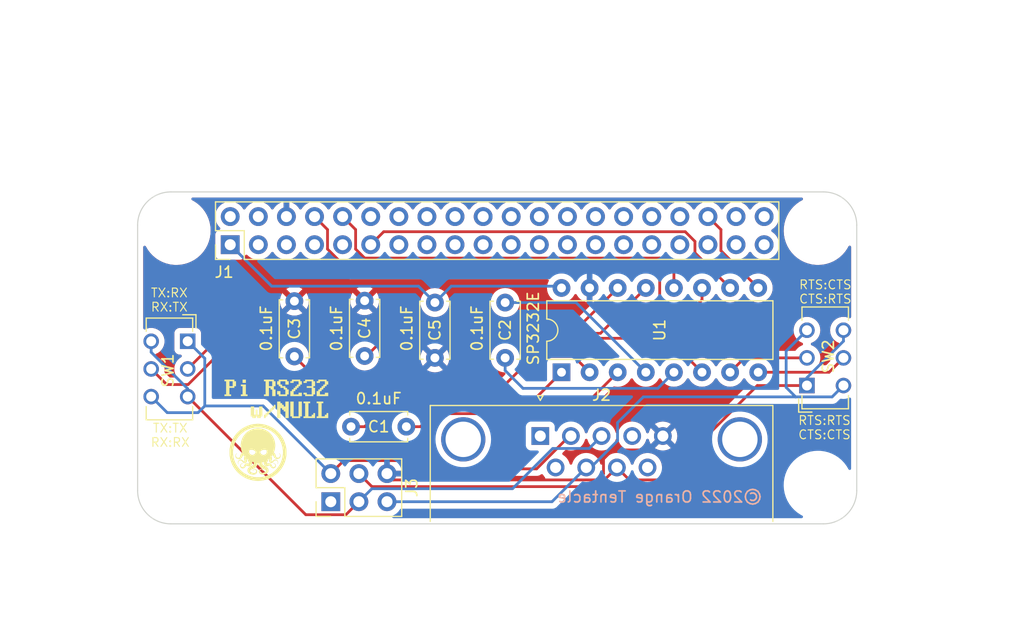
<source format=kicad_pcb>
(kicad_pcb (version 20211014) (generator pcbnew)
  (layers (0 "F.Cu" signal) (31 "B.Cu" signal) (34 "B.Paste" user) (35 "F.Paste" user) (36 "B.SilkS" user "B.Silkscreen") (37 "F.SilkS" user "F.Silkscreen") (38 "B.Mask" user) (39 "F.Mask" user) (44 "Edge.Cuts" user))
  (net 0 "")
  (net 1 "Net-(C2-Pad1)")
  (net 2 "Net-(C2-Pad2)")
  (net 3 "Net-(C3-Pad1)")
  (net 4 "GND")
  (net 5 "Net-(C4-Pad1)")
  (net 6 "Net-(C5-Pad1)")
  (net 12 "TX_PI")
  (net 14 "RX_PI")
  (net 15 "RTS_PI")
  (net 40 "CTS_PI")
  (net 46 "RXD_232")
  (net 47 "TXD_232")
  (net 50 "RTS_232")
  (net 51 "CTS_232")
  (net 53 "TX_3232")
  (net 54 "RX_3232")
  (net 55 "RTS_3232")
  (net 56 "CTS_3232")
  (net 58 "Net-(C1-Pad1)")
  (net 59 "Net-(C1-Pad2)")
  (footprint "RPi_Hat:RPi_Hat_Mounting_Hole" (layer "F.Cu") (at 74 28)
    (fp_text reference "" hide)
    (fp_text value "" hide)
  )
  (footprint "RPi_Hat:RPi_Hat_Mounting_Hole" (layer "F.Cu") (at 16 28)
    (fp_text reference "" hide)
    (fp_text value "" hide)
  )
  (footprint "RPi_Hat:RPi_Hat_Mounting_Hole" (layer "F.Cu") (at 74 51)
    (fp_text reference "" hide)
    (fp_text value "" hide)
  )
  (footprint "RPi_Hat:RPi_Hat_Mounting_Hole" (layer "F.Cu") (at 16 51)
    (fp_text reference "" hide)
    (fp_text value "" hide)
  )
  (footprint "Capacitor_THT:C_Disc_D5.0mm_W2.5mm_P5.00mm" (layer "F.Cu") (at 26.67 39.37 90)
    (fp_text reference "C3")
    (fp_text value "0.1uF")
  )
  (footprint "Package_DIP:DIP-16_W7.62mm" (layer "F.Cu") (at 50.815 40.8 90)
    (fp_text reference "U1")
    (fp_text value "SP3232E")
  )
  (footprint "Connector_Dsub:DSUB-9_Male_Horizontal_P2.77x2.84mm_EdgePinOffset4.94mm_Housed_MountingHolesOffset7.48mm" (layer "F.Cu") (at 48.895 46.564669)
    (fp_text reference "J2")
    (fp_text value "DB9_Male")
  )
  (footprint "Connector_PinHeader_2.54mm:PinHeader_2x03_P2.54mm_Vertical" (layer "F.Cu") (at 29.96 52.5 90)
    (fp_text reference "J3")
    (fp_text value "Conn_02x02_Counter_Clockwise")
  )
  (footprint "Capacitor_THT:C_Disc_D5.0mm_W2.5mm_P5.00mm" (layer "F.Cu") (at 31.79 45.72)
    (fp_text reference "C1")
    (fp_text value "0.1uF")
  )
  (footprint "Button_Switch_THT:SW_CuK_JS202011AQN_DPDT_Angled" (layer "F.Cu") (at 17.025 38 -90)
    (fp_text reference "SW1")
    (fp_text value "SW_DPDT_x2")
  )
  (footprint "Connector_PinHeader_2.54mm:PinHeader_2x20_P2.54mm_Vertical" (layer "F.Cu") (at 20.87 29.27 90)
    (fp_text reference "J1")
    (fp_text value "Raspberry_Pi_2_3")
  )
  (footprint "Capacitor_THT:C_Disc_D5.0mm_W2.5mm_P5.00mm" (layer "F.Cu") (at 39.37 34.5 -90)
    (fp_text reference "C5")
    (fp_text value "0.1uF")
  )
  (footprint "Button_Switch_THT:SW_CuK_JS202011AQN_DPDT_Angled" (layer "F.Cu") (at 73 42 90)
    (fp_text reference "SW2")
    (fp_text value "SW_DPDT_x2")
  )
  (footprint "Capacitor_THT:C_Disc_D5.0mm_W2.5mm_P5.00mm" (layer "F.Cu") (at 45.72 34.5 -90)
    (fp_text reference "C2")
    (fp_text value "0.1uF")
  )
  (footprint "Capacitor_THT:C_Disc_D5.0mm_W2.5mm_P5.00mm" (layer "F.Cu") (at 33.02 39.33 90)
    (fp_text reference "C4")
    (fp_text value "0.1uF")
  )
  (gr_line (start 21.110326 47.205634) (end 21.153611 47.095855) (layer "F.SilkS") (width 0.317499))
  (gr_poly (pts (xy 28.088828 43.596718) (xy 27.94 43.596718) (xy 27.94 44.787343) (xy 28.237656 44.787343) (xy 28.237656 44.638515) (xy 28.386484 44.638515) (xy 28.386484 44.489687) (xy 28.535313 44.489687) (xy 28.535313 44.936171) (xy 27.493516 44.936171) (xy 27.493516 44.787343) (xy 27.642344 44.787343) (xy 27.642344 43.596718) (xy 27.493516 43.596718) (xy 27.493516 43.44789) (xy 28.088828 43.44789)) (layer "F.SilkS") (width 0.00625) (fill solid))
  (gr_line (start 21.843355 46.171424) (end 21.934677 46.099659) (layer "F.SilkS") (width 0.317499))
  (gr_line (start 25.786 47.789657) (end 25.795335 47.912424) (layer "F.SilkS") (width 0.317499))
  (gr_line (start 24.533346 50.162476) (end 24.429111 50.215861) (layer "F.SilkS") (width 0.317499))
  (gr_line (start 21.110326 48.868015) (end 21.07232 48.755691) (layer "F.SilkS") (width 0.317499))
  (gr_line (start 21.671684 46.327449) (end 21.75564 46.247405) (layer "F.SilkS") (width 0.317499))
  (gr_line (start 25.006479 46.247405) (end 25.090434 46.327449) (layer "F.SilkS") (width 0.317499))
  (gr_line (start 25.79848 48.036824) (end 25.795335 48.161224) (layer "F.SilkS") (width 0.317499))
  (gr_line (start 22.228773 50.162476) (end 22.127538 50.104267) (layer "F.SilkS") (width 0.317499))
  (gr_line (start 24.322029 50.264272) (end 24.21225 50.307557) (layer "F.SilkS") (width 0.317499))
  (gr_line (start 23.98521 45.69551) (end 24.099926 45.728085) (layer "F.SilkS") (width 0.317499))
  (gr_line (start 25.651792 48.868015) (end 25.608507 48.977794) (layer "F.SilkS") (width 0.317499))
  (gr_line (start 25.560096 46.988772) (end 25.608507 47.095855) (layer "F.SilkS") (width 0.317499))
  (gr_poly (pts (xy 23.458881 45.876799) (xy 23.537411 45.882778) (xy 23.614804 45.892625) (xy 23.690963 45.906241) (xy 23.765791 45.923529) (xy 23.83919 45.944391) (xy 23.911063 45.968731) (xy 23.981311 45.99645) (xy 24.049838 46.027451) (xy 24.116546 46.061636) (xy 24.181337 46.098908) (xy 24.244114 46.13917) (xy 24.30478 46.182323) (xy 24.363236 46.228271) (xy 24.419386 46.276915) (xy 24.473131 46.328159) (xy 24.524375 46.381905) (xy 24.573019 46.438054) (xy 24.618967 46.496511) (xy 24.66212 46.557176) (xy 24.702382 46.619953) (xy 24.739654 46.684744) (xy 24.773839 46.751452) (xy 24.80484 46.819979) (xy 24.832559 46.890228) (xy 24.856899 46.9621) (xy 24.877761 47.035499) (xy 24.895049 47.110327) (xy 24.908665 47.186486) (xy 24.918512 47.263879) (xy 24.924491 47.342409) (xy 24.926506 47.421977) (xy 24.925942 47.464112) (xy 24.92426 47.505971) (xy 24.921475 47.547538) (xy 24.917599 47.5888) (xy 24.912649 47.629743) (xy 24.906638 47.670352) (xy 24.89958 47.710613) (xy 24.89149 47.750512) (xy 24.882382 47.790034) (xy 24.87227 47.829165) (xy 24.861169 47.867892) (xy 24.849092 47.9062) (xy 24.836055 47.944074) (xy 24.822072 47.9815) (xy 24.807156 48.018465) (xy 24.791322 48.054953) (xy 24.794077 48.056803) (xy 24.805748 48.065035) (xy 24.81709 48.073662) (xy 24.828094 48.08267) (xy 24.83875 48.092045) (xy 24.849048 48.101774) (xy 24.858979 48.111845) (xy 24.868532 48.122242) (xy 24.877699 48.132953) (xy 24.88647 48.143965) (xy 24.894834 48.155264) (xy 24.902782 48.166836) (xy 24.910304 48.178668) (xy 24.917392 48.190748) (xy 24.924034 48.20306) (xy 24.930221 48.215593) (xy 24.935944 48.228332) (xy 24.939321 48.235984) (xy 24.9425 48.243645) (xy 24.9483 48.258932) (xy 24.953419 48.274057) (xy 24.957935 48.288884) (xy 24.961922 48.303279) (xy 24.965457 48.317105) (xy 24.971472 48.342513) (xy 24.9771 48.366626) (xy 24.979799 48.377683) (xy 24.982512 48.388163) (xy 24.985306 48.398132) (xy 24.98825 48.407658) (xy 24.99141 48.416809) (xy 24.994856 48.42565) (xy 24.999053 48.434751) (xy 25.003832 48.443642) (xy 25.009168 48.452297) (xy 25.015037 48.46069) (xy 25.021416 48.468795) (xy 25.028281 48.476587) (xy 25.035607 48.484039) (xy 25.043372 48.491126) (xy 25.051551 48.497821) (xy 25.06012 48.5041) (xy 25.069056 48.509936) (xy 25.078335 48.515303) (xy 25.087933 48.520176) (xy 25.097826 48.524528) (xy 25.107991 48.528334) (xy 25.118403 48.531568) (xy 25.129701 48.534347) (xy 25.141157 48.53643) (xy 25.152735 48.53783) (xy 25.164397 48.538553) (xy 25.176106 48.53861) (xy 25.187825 48.538011) (xy 25.199518 48.536764) (xy 25.211147 48.534879) (xy 25.222675 48.532366) (xy 25.234066 48.529233) (xy 25.245282 48.52549) (xy 25.256286 48.521146) (xy 25.267042 48.516212) (xy 25.277513 48.510695) (xy 25.287661 48.504606) (xy 25.297449 48.497953) (xy 25.308083 48.489748) (xy 25.318104 48.480961) (xy 25.327508 48.471637) (xy 25.336288 48.461821) (xy 25.34444 48.451555) (xy 25.351956 48.440886) (xy 25.358831 48.429858) (xy 25.36506 48.418514) (xy 25.370636 48.406899) (xy 25.375555 48.395057) (xy 25.379809 48.383033) (xy 25.383394 48.370871) (xy 25.386304 48.358616) (xy 25.388532 48.346312) (xy 25.390073 48.334002) (xy 25.390921 48.321732) (xy 25.391035 48.306029) (xy 25.390122 48.290735) (xy 25.388248 48.275874) (xy 25.385481 48.261467) (xy 25.381885 48.247536) (xy 25.377528 48.234105) (xy 25.372475 48.221196) (xy 25.366792 48.208831) (xy 25.360546 48.197032) (xy 25.353804 48.185821) (xy 25.34663 48.175222) (xy 25.339092 48.165257) (xy 25.331256 48.155947) (xy 25.323187 48.147316) (xy 25.314952 48.139385) (xy 25.307474 48.132918) (xy 25.312855 48.137347) (xy 25.321354 48.144923) (xy 25.329911 48.153186) (xy 25.338448 48.162132) (xy 25.34689 48.171756) (xy 25.35516 48.182052) (xy 25.36318 48.193017) (xy 25.370874 48.204646) (xy 25.378166 48.216933) (xy 25.384978 48.229874) (xy 25.38818 48.236589) (xy 25.391234 48.243465) (xy 25.39413 48.250503) (xy 25.396857 48.257701) (xy 25.399408 48.265059) (xy 25.401771 48.272576) (xy 25.403938 48.280252) (xy 25.405898 48.288087) (xy 25.407643 48.296079) (xy 25.409163 48.304228) (xy 25.410447 48.312533) (xy 25.411487 48.320995) (xy 25.412551 48.334173) (xy 25.412946 48.347678) (xy 25.412652 48.361458) (xy 25.411648 48.37546) (xy 25.409916 48.389633) (xy 25.407436 48.403923) (xy 25.404186 48.418279) (xy 25.400148 48.432648) (xy 25.395301 48.446979) (xy 25.389626 48.461218) (xy 25.383102 48.475313) (xy 25.375709 48.489213) (xy 25.367429 48.502865) (xy 25.35824 48.516216) (xy 25.348123 48.529214) (xy 25.337057 48.541808) (xy 25.326592 48.55242) (xy 25.315425 48.56258) (xy 25.303589 48.572248) (xy 25.291117 48.581384) (xy 25.278043 48.589948) (xy 25.264401 48.5979) (xy 25.250223 48.605199) (xy 25.235545 48.611807) (xy 25.220398 48.617682) (xy 25.204816 48.622784) (xy 25.188833 48.627074) (xy 25.172483 48.630511) (xy 25.155799 48.633055) (xy 25.138814 48.634667) (xy 25.121562 48.635305) (xy 25.104076 48.63493) (xy 25.087598 48.633628) (xy 25.071088 48.631397) (xy 25.054599 48.628245) (xy 25.038183 48.624178) (xy 25.02189 48.619204) (xy 25.005772 48.613332) (xy 24.989882 48.606568) (xy 24.97427 48.59892) (xy 24.958989 48.590396) (xy 24.94409 48.581003) (xy 24.929624 48.570748) (xy 24.915644 48.55964) (xy 24.902201 48.547685) (xy 24.889346 48.534892) (xy 24.877132 48.521268) (xy 24.86561 48.506819) (xy 24.860722 48.500263) (xy 24.856011 48.49364) (xy 24.851471 48.486966) (xy 24.847094 48.480257) (xy 24.838805 48.466801) (xy 24.83109 48.453402) (xy 24.823897 48.440189) (xy 24.817172 48.427294) (xy 24.804912 48.402973) (xy 24.793145 48.379889) (xy 24.78763 48.369545) (xy 24.782248 48.359932) (xy 24.776916 48.350999) (xy 24.77155 48.342695) (xy 24.766067 48.33497) (xy 24.763255 48.331309) (xy 24.760382 48.327773) (xy 24.755679 48.322896) (xy 24.750844 48.318239) (xy 24.745888 48.313805) (xy 24.740822 48.309593) (xy 24.735656 48.305605) (xy 24.7304 48.301841) (xy 24.725066 48.298304) (xy 24.719663 48.294993) (xy 24.714202 48.291911) (xy 24.708693 48.289057) (xy 24.703147 48.286433) (xy 24.697575 48.28404) (xy 24.691987 48.281879) (xy 24.686392 48.279951) (xy 24.680803 48.278257) (xy 24.675229 48.276799) (xy 24.67383 48.276465) (xy 24.672431 48.276145) (xy 24.671032 48.275837) (xy 24.669633 48.275544) (xy 24.658473 48.292143) (xy 24.647106 48.308588) (xy 24.635532 48.324877) (xy 24.623755 48.341008) (xy 24.611776 48.35698) (xy 24.599596 48.37279) (xy 24.587218 48.388436) (xy 24.574645 48.403918) (xy 24.575715 48.405526) (xy 24.57678 48.40714) (xy 24.583501 48.417845) (xy 24.589801 48.42883) (xy 24.595669 48.440078) (xy 24.601097 48.45157) (xy 24.606076 48.463291) (xy 24.610597 48.475222) (xy 24.61465 48.487347) (xy 24.618227 48.499649) (xy 24.621319 48.512109) (xy 24.623917 48.524711) (xy 24.626011 48.537437) (xy 24.627592 48.550271) (xy 24.628652 48.563194) (xy 24.629181 48.57619) (xy 24.629171 48.589242) (xy 24.628612 48.602331) (xy 24.628109 48.610015) (xy 24.627427 48.617592) (xy 24.62658 48.625055) (xy 24.625582 48.632401) (xy 24.623189 48.646717) (xy 24.620359 48.6605) (xy 24.617202 48.673708) (xy 24.613829 48.6863) (xy 24.610351 48.698235) (xy 24.606879 48.709472) (xy 24.593835 48.749601) (xy 24.591144 48.758071) (xy 24.588652 48.766313) (xy 24.586343 48.774526) (xy 24.584201 48.782909) (xy 24.58186 48.789986) (xy 24.579828 48.796795) (xy 24.578103 48.803329) (xy 24.576685 48.809576) (xy 24.57557 48.815528) (xy 24.574756 48.821174) (xy 24.574242 48.826505) (xy 24.574025 48.83151) (xy 24.573969 48.833771) (xy 24.574013 48.836016) (xy 24.574152 48.838239) (xy 24.574377 48.840431) (xy 24.574681 48.842583) (xy 24.575056 48.844689) (xy 24.575495 48.84674) (xy 24.57599 48.848728) (xy 24.576534 48.850645) (xy 24.577119 48.852483) (xy 24.577738 48.854234) (xy 24.578383 48.85589) (xy 24.579047 48.857443) (xy 24.579721 48.858885) (xy 24.5804 48.860208) (xy 24.581074 48.861403) (xy 24.581495 48.862082) (xy 24.581965 48.862752) (xy 24.582483 48.863413) (xy 24.583048 48.864064) (xy 24.58366 48.864704) (xy 24.584318 48.865332) (xy 24.585021 48.865946) (xy 24.58577 48.866547) (xy 24.586563 48.867133) (xy 24.5874 48.867703) (xy 24.58828 48.868256) (xy 24.589202 48.868791) (xy 24.590167 48.869307) (xy 24.591173 48.869804) (xy 24.592219 48.87028) (xy 24.593306 48.870734) (xy 24.594432 48.871165) (xy 24.595597 48.871574) (xy 24.596801 48.871957) (xy 24.598042 48.872315) (xy 24.59932 48.872647) (xy 24.600635 48.872951) (xy 24.601986 48.873227) (xy 24.603372 48.873474) (xy 24.604792 48.87369) (xy 24.606247 48.873876) (xy 24.607735 48.874029) (xy 24.609256 48.874148) (xy 24.61081 48.874234) (xy 24.612395 48.874285) (xy 24.614011 48.8743) (xy 24.615658 48.874278) (xy 24.619047 48.874075) (xy 24.622477 48.873717) (xy 24.625947 48.873207) (xy 24.629457 48.872546) (xy 24.633006 48.871735) (xy 24.636592 48.870776) (xy 24.640216 48.869671) (xy 24.643876 48.868421) (xy 24.647571 48.867029) (xy 24.6513 48.865495) (xy 24.655063 48.863822) (xy 24.65886 48.862012) (xy 24.662688 48.860065) (xy 24.666547 48.857984) (xy 24.670437 48.855771) (xy 24.674356 48.853426) (xy 24.678111 48.850627) (xy 24.681827 48.847754) (xy 24.68917 48.841793) (xy 24.696443 48.835555) (xy 24.703703 48.82905) (xy 24.71101 48.822289) (xy 24.71842 48.815283) (xy 24.733783 48.800578) (xy 24.741724 48.793031) (xy 24.749854 48.785448) (xy 24.758201 48.777889) (xy 24.766793 48.770414) (xy 24.775657 48.763082) (xy 24.7802 48.759489) (xy 24.784822 48.755954) (xy 24.789526 48.752485) (xy 24.794316 48.749089) (xy 24.799194 48.745774) (xy 24.804165 48.742547) (xy 24.814137 48.73659) (xy 24.824288 48.731133) (xy 24.834598 48.726172) (xy 24.845044 48.721703) (xy 24.855606 48.717722) (xy 24.866263 48.714225) (xy 24.876992 48.711207) (xy 24.887773 48.708665) (xy 24.898584 48.706594) (xy 24.909405 48.704991) (xy 24.920213 48.70385) (xy 24.930987 48.703168) (xy 24.941706 48.702941) (xy 24.95235 48.703165) (xy 24.962895 48.703835) (xy 24.973322 48.704947) (xy 24.98449 48.706644) (xy 24.995462 48.708827) (xy 25.006225 48.711478) (xy 25.016767 48.714579) (xy 25.027076 48.718111) (xy 25.037139 48.722054) (xy 25.046945 48.726391) (xy 25.056481 48.731102) (xy 25.065735 48.736169) (xy 25.074695 48.741574) (xy 25.083349 48.747296) (xy 25.091684 48.753318) (xy 25.09969 48.759621) (xy 25.107353 48.766186) (xy 25.114661 48.772995) (xy 25.121602 48.780028) (xy 25.129068 48.788296) (xy 25.136052 48.796789) (xy 25.14256 48.805485) (xy 25.148599 48.81436) (xy 25.154176 48.82339) (xy 25.159297 48.832551) (xy 25.163969 48.841821) (xy 25.168199 48.851175) (xy 25.171993 48.86059) (xy 25.175358 48.870042) (xy 25.178301 48.879508) (xy 25.180828 48.888965) (xy 25.182946 48.898388) (xy 25.184661 48.907754) (xy 25.185981 48.917039) (xy 25.186911 48.926221) (xy 25.187561 48.93765) (xy 25.18766 48.948873) (xy 25.187241 48.959877) (xy 25.186333 48.97065) (xy 25.184969 48.981181) (xy 25.183179 48.991455) (xy 25.180994 49.001462) (xy 25.178445 49.011189) (xy 25.175564 49.020623) (xy 25.172381 49.029753) (xy 25.168927 49.038566) (xy 25.165234 49.04705) (xy 25.161332 49.055192) (xy 25.157252 49.06298) (xy 25.153026 49.070402) (xy 25.148685 49.077446) (xy 25.153038 49.070319) (xy 25.157198 49.062809) (xy 25.161136 49.054935) (xy 25.164824 49.046714) (xy 25.168232 49.038161) (xy 25.171334 49.029296) (xy 25.174101 49.020133) (xy 25.176504 49.010692) (xy 25.178514 49.000988) (xy 25.180105 48.991039) (xy 25.181247 48.980861) (xy 25.181912 48.970473) (xy 25.182072 48.959891) (xy 25.181698 48.949131) (xy 25.180762 48.938212) (xy 25.179236 48.92715) (xy 25.177592 48.918348) (xy 25.175551 48.909534) (xy 25.173113 48.900729) (xy 25.170279 48.891956) (xy 25.167047 48.883236) (xy 25.163419 48.874592) (xy 25.159395 48.866046) (xy 25.154975 48.857619) (xy 25.150159 48.849334) (xy 25.144947 48.841212) (xy 25.13934 48.833276) (xy 25.133338 48.825548) (xy 25.12694 48.818049) (xy 25.120147 48.810801) (xy 25.11296 48.803828) (xy 25.105378 48.797149) (xy 25.098418 48.791567) (xy 25.091191 48.786269) (xy 25.083711 48.781266) (xy 25.075994 48.77657) (xy 25.068055 48.772191) (xy 25.059909 48.76814) (xy 25.051571 48.764427) (xy 25.043056 48.761065) (xy 25.03438 48.758064) (xy 25.025558 48.755435) (xy 25.016604 48.753188) (xy 25.007535 48.751335) (xy 24.998365 48.749887) (xy 24.989109 48.748855) (xy 24.979782 48.748248) (xy 24.970401 48.74808) (xy 24.961737 48.748322) (xy 24.953082 48.748944) (xy 24.944451 48.749943) (xy 24.935862 48.751314) (xy 24.927332 48.753053) (xy 24.918876 48.755157) (xy 24.910513 48.757621) (xy 24.902258 48.760441) (xy 24.894129 48.763614) (xy 24.886142 48.767134) (xy 24.878314 48.770999) (xy 24.870661 48.775205) (xy 24.863202 48.779746) (xy 24.855952 48.78462) (xy 24.848928 48.789821) (xy 24.842147 48.795347) (xy 24.838713 48.798314) (xy 24.835333 48.801362) (xy 24.832002 48.80449) (xy 24.828712 48.807698) (xy 24.825458 48.810985) (xy 24.822233 48.81435) (xy 24.815846 48.821314) (xy 24.809502 48.828584) (xy 24.803149 48.836155) (xy 24.796738 48.844022) (xy 24.790219 48.85218) (xy 24.77737 48.868413) (xy 24.770527 48.876947) (xy 24.763401 48.885636) (xy 24.75599 48.894388) (xy 24.748289 48.90311) (xy 24.740295 48.911709) (xy 24.736187 48.915934) (xy 24.732005 48.920093) (xy 24.727958 48.924467) (xy 24.723738 48.928851) (xy 24.719345 48.933229) (xy 24.714775 48.937584) (xy 24.710029 48.9419) (xy 24.705105 48.94616) (xy 24.7 48.950349) (xy 24.694713 48.954451) (xy 24.689244 48.958448) (xy 24.683589 48.962324) (xy 24.677748 48.966064) (xy 24.671719 48.969651) (xy 24.665501 48.973068) (xy 24.659091 48.9763) (xy 24.652489 48.979329) (xy 24.645693 48.982141) (xy 24.638769 48.984672) (xy 24.6316 48.986965) (xy 24.624206 48.988997) (xy 24.616607 48.990744) (xy 24.608822 48.992184) (xy 24.600871 48.993295) (xy 24.592774 48.994053) (xy 24.58455 48.994436) (xy 24.576218 48.99442) (xy 24.567799 48.993984) (xy 24.559312 48.993104) (xy 24.550776 48.991758) (xy 24.542212 48.989922) (xy 24.533638 48.987574) (xy 24.525075 48.984692) (xy 24.516542 48.981252) (xy 24.507972 48.977177) (xy 24.499742 48.972661) (xy 24.491852 48.967734) (xy 24.484305 48.962421) (xy 24.477101 48.956751) (xy 24.470242 48.950751) (xy 24.463729 48.944448) (xy 24.457564 48.937871) (xy 24.451747 48.931047) (xy 24.44628 48.924002) (xy 24.441164 48.916766) (xy 24.436402 48.909365) (xy 24.431993 48.901827) (xy 24.427939 48.89418) (xy 24.424242 48.886451) (xy 24.420903 48.878667) (xy 24.417851 48.870767) (xy 24.415117 48.862847) (xy 24.412686 48.854921) (xy 24.410544 48.847) (xy 24.408678 48.839098) (xy 24.407071 48.831226) (xy 24.405711 48.823398) (xy 24.404582 48.815625) (xy 24.40367 48.80792) (xy 24.402961 48.800296) (xy 24.402093 48.78534) (xy 24.401863 48.770856) (xy 24.402155 48.756946) (xy 24.403519 48.743961) (xy 24.405238 48.730913) (xy 24.407209 48.717997) (xy 24.409329 48.705409) (xy 24.417236 48.662243) (xy 24.418899 48.652269) (xy 24.420261 48.643081) (xy 24.421318 48.634605) (xy 24.422067 48.626771) (xy 24.422506 48.619505) (xy 24.422631 48.612735) (xy 24.422439 48.606389) (xy 24.421927 48.600395) (xy 24.421287 48.596674) (xy 24.420526 48.593005) (xy 24.419647 48.58939) (xy 24.418653 48.585833) (xy 24.417549 48.582337) (xy 24.416339 48.578905) (xy 24.415027 48.575541) (xy 24.413617 48.572248) (xy 24.401606 48.582947) (xy 24.389484 48.593522) (xy 24.377252 48.603972) (xy 24.364909 48.614296) (xy 24.352459 48.624493) (xy 24.339901 48.634563) (xy 24.327238 48.644503) (xy 24.314469 48.654314) (xy 24.313635 48.658569) (xy 24.312753 48.662822) (xy 24.311826 48.667073) (xy 24.310858 48.671324) (xy 24.308445 48.681131) (xy 24.305841 48.690803) (xy 24.303056 48.700344) (xy 24.3001 48.709756) (xy 24.293724 48.728206) (xy 24.286801 48.746175) (xy 24.279419 48.763685) (xy 24.271665 48.780759) (xy 24.263629 48.797421) (xy 24.255398 48.813691) (xy 24.241323 48.84039) (xy 24.227779 48.865558) (xy 24.215252 48.889224) (xy 24.209521 48.900503) (xy 24.204225 48.911417) (xy 24.19977 48.921158) (xy 24.195794 48.930481) (xy 24.192291 48.9394) (xy 24.189253 48.947927) (xy 24.186675 48.956075) (xy 24.184549 48.963856) (xy 24.182869 48.971283) (xy 24.181627 48.97837) (xy 24.181193 48.981458) (xy 24.180862 48.984509) (xy 24.180629 48.987518) (xy 24.180491 48.990483) (xy 24.180444 48.993397) (xy 24.180484 48.996258) (xy 24.180608 48.999061) (xy 24.180811 49.001801) (xy 24.181089 49.004474) (xy 24.18144 49.007077) (xy 24.181858 49.009604) (xy 24.182341 49.012052) (xy 24.182883 49.014416) (xy 24.183482 49.016692) (xy 24.184134 49.018876) (xy 24.184834 49.020963) (xy 24.185506 49.022876) (xy 24.186265 49.024723) (xy 24.187101 49.026501) (xy 24.188004 49.028211) (xy 24.188963 49.02985) (xy 24.189969 49.031419) (xy 24.19101 49.032916) (xy 24.192078 49.034339) (xy 24.193161 49.035689) (xy 24.19425 49.036965) (xy 24.195334 49.038164) (xy 24.196404 49.039286) (xy 24.198457 49.041297) (xy 24.200328 49.042989) (xy 24.200643 49.043341) (xy 24.200994 49.04369) (xy 24.201381 49.044036) (xy 24.201804 49.044379) (xy 24.202756 49.045053) (xy 24.203854 49.045708) (xy 24.205097 49.046341) (xy 24.206488 49.046948) (xy 24.208026 49.047527) (xy 24.209712 49.048073) (xy 24.211549 49.048584) (xy 24.213536 49.049056) (xy 24.215675 49.049485) (xy 24.217966 49.049868) (xy 24.220412 49.050201) (xy 24.223012 49.050482) (xy 24.225768 49.050707) (xy 24.228681 49.050872) (xy 24.234891 49.050996) (xy 24.241349 49.050874) (xy 24.248126 49.050525) (xy 24.255296 49.049965) (xy 24.262931 49.049212) (xy 24.271102 49.048284) (xy 24.289347 49.045974) (xy 24.308405 49.043508) (xy 24.318811 49.042278) (xy 24.329703 49.041144) (xy 24.341007 49.040173) (xy 24.352647 49.039435) (xy 24.364551 49.038999) (xy 24.376644 49.038933) (xy 24.389152 49.039313) (xy 24.402041 49.040232) (xy 24.408603 49.040917) (xy 24.415232 49.041767) (xy 24.421916 49.04279) (xy 24.428647 49.043998) (xy 24.435415 49.045398) (xy 24.442211 49.047002) (xy 24.449024 49.048819) (xy 24.455844 49.050859) (xy 24.462664 49.053132) (xy 24.469471 49.055647) (xy 24.476258 49.058414) (xy 24.483014 49.061444) (xy 24.489857 49.064793) (xy 24.496483 49.06835) (xy 24.502895 49.072101) (xy 24.509093 49.076031) (xy 24.515081 49.080127) (xy 24.52086 49.084373) (xy 24.526432 49.088756) (xy 24.531799 49.093261) (xy 24.536963 49.097873) (xy 24.541926 49.102579) (xy 24.54669 49.107365) (xy 24.551256 49.112215) (xy 24.555627 49.117116) (xy 24.559805 49.122052) (xy 24.563791 49.127011) (xy 24.567588 49.131977) (xy 24.571205 49.136951) (xy 24.574676 49.141958) (xy 24.578007 49.146989) (xy 24.581201 49.152037) (xy 24.584264 49.157094) (xy 24.587199 49.162152) (xy 24.592706 49.172241) (xy 24.59776 49.182242) (xy 24.602396 49.192095) (xy 24.606651 49.201736) (xy 24.610562 49.211106) (xy 24.640701 49.278169) (xy 24.644272 49.285575) (xy 24.647852 49.292662) (xy 24.651464 49.299439) (xy 24.655131 49.305912) (xy 24.658877 49.31209) (xy 24.662726 49.317979) (xy 24.6667 49.323588) (xy 24.670824 49.328922) (xy 24.673614 49.33255) (xy 24.676534 49.336092) (xy 24.67958 49.339546) (xy 24.682749 49.342907) (xy 24.686036 49.346173) (xy 24.689437 49.34934) (xy 24.692949 49.352403) (xy 24.696568 49.35536) (xy 24.700289 49.358206) (xy 24.704109 49.360939) (xy 24.708023 49.363554) (xy 24.712028 49.366047) (xy 24.71612 49.368416) (xy 24.720295 49.370657) (xy 24.724549 49.372765) (xy 24.728878 49.374737) (xy 24.733386 49.376614) (xy 24.737964 49.378341) (xy 24.742607 49.379918) (xy 24.74731 49.381343) (xy 24.752067 49.382616) (xy 24.756872 49.383735) (xy 24.76172 49.3847) (xy 24.766605 49.38551) (xy 24.771523 49.386165) (xy 24.776467 49.386662) (xy 24.781432 49.387001) (xy 24.786412 49.387181) (xy 24.791403 49.387201) (xy 24.796398 49.387061) (xy 24.801392 49.386759) (xy 24.80638 49.386294) (xy 24.811527 49.385641) (xy 24.816654 49.384813) (xy 24.821755 49.383814) (xy 24.826826 49.382646) (xy 24.831861 49.38131) (xy 24.836854 49.379809) (xy 24.841801 49.378146) (xy 24.846696 49.376323) (xy 24.851534 49.374341) (xy 24.85631 49.372204) (xy 24.861018 49.369914) (xy 24.865653 49.367473) (xy 24.87021 49.364883) (xy 24.874683 49.362146) (xy 24.879067 49.359265) (xy 24.883358 49.356243) (xy 24.88774 49.352933) (xy 24.892006 49.349478) (xy 24.896153 49.345882) (xy 24.900177 49.342152) (xy 24.904076 49.338291) (xy 24.907845 49.334306) (xy 24.911483 49.330201) (xy 24.914985 49.325982) (xy 24.918349 49.321654) (xy 24.921571 49.317221) (xy 24.924648 49.312689) (xy 24.927578 49.308064) (xy 24.930356 49.30335) (xy 24.932981 49.298552) (xy 24.935447 49.293676) (xy 24.937754 49.288727) (xy 24.940025 49.283394) (xy 24.942108 49.277998) (xy 24.944005 49.272545) (xy 24.945715 49.267041) (xy 24.94724 49.261492) (xy 24.948579 49.255905) (xy 24.949733 49.250287) (xy 24.950703 49.244643) (xy 24.951489 49.23898) (xy 24.952091 49.233305) (xy 24.95251 49.227623) (xy 24.952748 49.221942) (xy 24.952803 49.216268) (xy 24.952677 49.210607) (xy 24.95237 49.204966) (xy 24.951882 49.19935) (xy 24.951151 49.193287) (xy 24.950215 49.187278) (xy 24.949078 49.181328) (xy 24.947746 49.175442) (xy 24.946222 49.169627) (xy 24.944513 49.163885) (xy 24.942622 49.158224) (xy 24.940555 49.152648) (xy 24.938317 49.147162) (xy 24.935912 49.141771) (xy 24.933345 49.136481) (xy 24.930621 49.131297) (xy 24.927744 49.126224) (xy 24.924721 49.121266) (xy 24.921555 49.11643) (xy 24.918251 49.11172) (xy 24.914374 49.106575) (xy 24.910348 49.101607) (xy 24.90618 49.096817) (xy 24.901879 49.092207) (xy 24.897454 49.087778) (xy 24.892913 49.083529) (xy 24.888264 49.079463) (xy 24.883515 49.075579) (xy 24.878674 49.071879) (xy 24.873751 49.068363) (xy 24.868753 49.065032) (xy 24.863688 49.061888) (xy 24.858566 49.058931) (xy 24.853393 49.056161) (xy 24.848179 49.05358) (xy 24.842932 49.051189) (xy 24.836915 49.048689) (xy 24.830891 49.046434) (xy 24.824868 49.044416) (xy 24.818853 49.04263) (xy 24.812855 49.04107) (xy 24.806881 49.039729) (xy 24.800939 49.038601) (xy 24.795036 49.037679) (xy 24.789182 49.036958) (xy 24.783382 49.036432) (xy 24.777646 49.036093) (xy 24.77198 49.035937) (xy 24.766394 49.035956) (xy 24.760893 49.036144) (xy 24.755487 49.036496) (xy 24.750641 49.03696) (xy 24.752874 49.036699) (xy 24.758388 49.036195) (xy 24.764018 49.035827) (xy 24.769756 49.035603) (xy 24.775597 49.035531) (xy 24.781532 49.035618) (xy 24.787555 49.035874) (xy 24.793658 49.036306) (xy 24.799835 49.036923) (xy 24.806078 49.037732) (xy 24.812381 49.038743) (xy 24.818736 49.039962) (xy 24.825136 49.041399) (xy 24.831574 49.043061) (xy 24.838043 49.044956) (xy 24.844536 49.047093) (xy 24.850064 49.049103) (xy 24.855602 49.051302) (xy 24.86114 49.05369) (xy 24.866672 49.056269) (xy 24.872186 49.059041) (xy 24.877675 49.062007) (xy 24.88313 49.065169) (xy 24.888542 49.068529) (xy 24.893902 49.072088) (xy 24.899201 49.075848) (xy 24.90443 49.07981) (xy 24.909581 49.083976) (xy 24.914644 49.088348) (xy 24.919611 49.092926) (xy 24.924473 49.097714) (xy 24.929221 49.102711) (xy 24.933331 49.107326) (xy 24.937337 49.112109) (xy 24.941231 49.117055) (xy 24.945007 49.122161) (xy 24.948656 49.127423) (xy 24.952172 49.132839) (xy 24.955547 49.138403) (xy 24.958774 49.144114) (xy 24.961846 49.149967) (xy 24.964755 49.155958) (xy 24.967494 49.162085) (xy 24.970056 49.168343) (xy 24.972433 49.174729) (xy 24.974619 49.18124) (xy 24.976605 49.187871) (xy 24.978385 49.194619) (xy 24.979832 49.200923) (xy 24.981092 49.207315) (xy 24.982161 49.21379) (xy 24.983036 49.22034) (xy 24.983713 49.226959) (xy 24.984187 49.233639) (xy 24.984455 49.240374) (xy 24.984514 49.247158) (xy 24.98436 49.253982) (xy 24.983988 49.260842) (xy 24.983395 49.267728) (xy 24.982577 49.274636) (xy 24.98153 49.281558) (xy 24.980251 49.288487) (xy 24.978736 49.295416) (xy 24.97698 49.302339) (xy 24.975109 49.308833) (xy 24.973021 49.315304) (xy 24.970719 49.321744) (xy 24.968202 49.328146) (xy 24.96547 49.334502) (xy 24.962526 49.340804) (xy 24.959369 49.347045) (xy 24.955999 49.353217) (xy 24.952418 49.359312) (xy 24.948626 49.365322) (xy 24.944623 49.37124) (xy 24.94041 49.377058) (xy 24.935989 49.382769) (xy 24.931358 49.388364) (xy 24.92652 49.393836) (xy 24.921474 49.399177) (xy 24.916465 49.404145) (xy 24.911274 49.408977) (xy 24.905908 49.413666) (xy 24.90037 49.418205) (xy 24.894666 49.422589) (xy 24.888799 49.426812) (xy 24.882774 49.430866) (xy 24.876597 49.434747) (xy 24.870271 49.438447) (xy 24.863802 49.441961) (xy 24.857194 49.445282) (xy 24.850451 49.448404) (xy 24.843579 49.451321) (xy 24.836582 49.454027) (xy 24.829464 49.456515) (xy 24.822231 49.458779) (xy 24.815142 49.46075) (xy 24.807963 49.4625) (xy 24.800702 49.464029) (xy 24.793367 49.465332) (xy 24.785964 49.466408) (xy 24.778502 49.467253) (xy 24.770987 49.467865) (xy 24.763426 49.46824) (xy 24.755828 49.468376) (xy 24.748199 49.468271) (xy 24.740547 49.467921) (xy 24.732879 49.467324) (xy 24.725202 49.466477) (xy 24.717523 49.465377) (xy 24.709851 49.464021) (xy 24.702192 49.462407) (xy 24.694744 49.460582) (xy 24.687333 49.458512) (xy 24.679966 49.456199) (xy 24.672651 49.453645) (xy 24.665397 49.450852) (xy 24.65821 49.44782) (xy 24.651098 49.444551) (xy 24.64407 49.441047) (xy 24.637133 49.437309) (xy 24.630295 49.43334) (xy 24.623564 49.429139) (xy 24.616947 49.42471) (xy 24.610453 49.420053) (xy 24.604089 49.41517) (xy 24.597862 49.410063) (xy 24.591782 49.404733) (xy 24.587594 49.400675) (xy 24.583528 49.396558) (xy 24.579578 49.392388) (xy 24.575742 49.38817) (xy 24.572016 49.38391) (xy 24.568395 49.379616) (xy 24.561459 49.370945) (xy 24.554902 49.362207) (xy 24.548696 49.35345) (xy 24.542812 49.344723) (xy 24.537219 49.336074) (xy 24.498429 49.272209) (xy 24.49339 49.265518) (xy 24.48842 49.259219) (xy 24.483501 49.253312) (xy 24.478613 49.247793) (xy 24.476174 49.245179) (xy 24.473735 49.242661) (xy 24.471293 49.240239) (xy 24.468847 49.237914) (xy 24.466393 49.235684) (xy 24.46393 49.23355) (xy 24.461454 49.231512) (xy 24.458963 49.229568) (xy 24.456491 49.227761) (xy 24.454053 49.226083) (xy 24.451652 49.224532) (xy 24.449289 49.223106) (xy 24.446967 49.221805) (xy 24.444689 49.220625) (xy 24.442456 49.219566) (xy 24.440271 49.218627) (xy 24.438136 49.217804) (xy 24.436054 49.217097) (xy 24.434026 49.216503) (xy 24.432056 49.216022) (xy 24.430145 49.215651) (xy 24.428296 49.215389) (xy 24.426511 49.215235) (xy 24.424792 49.215186) (xy 24.421566 49.21529) (xy 24.418037 49.215548) (xy 24.414218 49.215972) (xy 24.41012 49.216574) (xy 24.405756 49.217367) (xy 24.401138 49.218366) (xy 24.398737 49.218945) (xy 24.396277 49.219581) (xy 24.393759 49.220275) (xy 24.391185 49.221028) (xy 24.385495 49.222787) (xy 24.379726 49.224715) (xy 24.373798 49.226824) (xy 24.367634 49.229123) (xy 24.354278 49.234338) (xy 24.339028 49.240451) (xy 24.322513 49.24699) (xy 24.31339 49.25046) (xy 24.303756 49.253964) (xy 24.293663 49.25743) (xy 24.283162 49.260783) (xy 24.272303 49.263951) (xy 24.261137 49.266859) (xy 24.248932 49.269597) (xy 24.236082 49.271972) (xy 24.229431 49.272991) (xy 24.222638 49.27388) (xy 24.215708 49.274626) (xy 24.208648 49.275215) (xy 24.201463 49.275635) (xy 24.194161 49.275872) (xy 24.186746 49.275913) (xy 24.179226 49.275746) (xy 24.171607 49.275357) (xy 24.163893 49.274732) (xy 24.156092 49.273859) (xy 24.14821 49.272724) (xy 24.134504 49.269768) (xy 24.121116 49.266116) (xy 24.10806 49.2618) (xy 24.095349 49.256854) (xy 24.082998 49.251307) (xy 24.071018 49.245192) (xy 24.059423 49.238542) (xy 24.048227 49.231387) (xy 24.037442 49.22376) (xy 24.027082 49.215692) (xy 24.01716 49.207215) (xy 24.00769 49.198361) (xy 23.998684 49.189163) (xy 23.990155 49.17965) (xy 23.982118 49.169857) (xy 23.974586 49.159814) (xy 23.96718 49.149007) (xy 23.960316 49.13801) (xy 23.953981 49.126844) (xy 23.948162 49.115533) (xy 23.942849 49.104097) (xy 23.938029 49.092561) (xy 23.93369 49.080945) (xy 23.929821 49.069272) (xy 23.926409 49.057565) (xy 23.923443 49.045846) (xy 23.920911 49.034138) (xy 23.918801 49.022462) (xy 23.9171 49.01084) (xy 23.915798 48.999296) (xy 23.914882 48.987852) (xy 23.91434 48.976529) (xy 23.914154 48.962314) (xy 23.914487 48.948318) (xy 23.915296 48.934559) (xy 23.916542 48.921057) (xy 23.918183 48.907831) (xy 23.920179 48.894901) (xy 23.922489 48.882287) (xy 23.925071 48.870007) (xy 23.904809 48.877493) (xy 23.884416 48.884703) (xy 23.863892 48.891634) (xy 23.843242 48.898286) (xy 23.822465 48.904655) (xy 23.801565 48.910739) (xy 23.780542 48.916537) (xy 23.7594 48.922046) (xy 23.758013 48.926842) (xy 23.756712 48.931691) (xy 23.7555 48.936594) (xy 23.754378 48.941549) (xy 23.75335 48.946555) (xy 23.752418 48.951611) (xy 23.751584 48.956715) (xy 23.750851 48.961868) (xy 23.749974 48.969435) (xy 23.749326 48.977109) (xy 23.748911 48.98488) (xy 23.748734 48.992738) (xy 23.748799 49.000673) (xy 23.749111 49.008674) (xy 23.749675 49.016732) (xy 23.750495 49.024835) (xy 23.751576 49.032975) (xy 23.752923 49.041141) (xy 23.75454 49.049322) (xy 23.756431 49.057509) (xy 23.758602 49.065691) (xy 23.761057 49.073858) (xy 23.763801 49.082) (xy 23.766837 49.090106) (xy 23.769894 49.097518) (xy 23.773215 49.104892) (xy 23.776797 49.112219) (xy 23.780638 49.119487) (xy 23.784737 49.126686) (xy 23.78909 49.133805) (xy 23.793697 49.140834) (xy 23.798555 49.147761) (xy 23.803661 49.154577) (xy 23.809014 49.16127) (xy 23.814612 49.16783) (xy 23.820452 49.174245) (xy 23.826533 49.180506) (xy 23.832852 49.186602) (xy 23.839407 49.192522) (xy 23.846197 49.198255) (xy 23.851207 49.202061) (xy 23.85637 49.205801) (xy 23.861695 49.209487) (xy 23.867191 49.213126) (xy 23.872867 49.216728) (xy 23.878731 49.220304) (xy 23.891061 49.227409) (xy 23.904252 49.234518) (xy 23.918375 49.241704) (xy 23.933501 49.249044) (xy 23.949702 49.256611) (xy 24.018486 49.287691) (xy 24.037751 49.296687) (xy 24.057244 49.306113) (xy 24.076664 49.315937) (xy 24.095712 49.326128) (xy 24.114874 49.337869) (xy 24.134364 49.350685) (xy 24.14417 49.357517) (xy 24.153984 49.364643) (xy 24.16378 49.37207) (xy 24.173533 49.379806) (xy 24.183219 49.387861) (xy 24.192812 49.396241) (xy 24.202288 49.404956) (xy 24.211621 49.414013) (xy 24.220788 49.42342) (xy 24.229761 49.433186) (xy 24.238518 49.443319) (xy 24.247032 49.453826) (xy 24.255103 49.464473) (xy 24.262901 49.475539) (xy 24.270392 49.487007) (xy 24.277542 49.498862) (xy 24.284315 49.511088) (xy 24.290676 49.52367) (xy 24.29659 49.536592) (xy 24.302022 49.549838) (xy 24.306938 49.563394) (xy 24.311301 49.577242) (xy 24.315077 49.591368) (xy 24.318232 49.605756) (xy 24.32073 49.62039) (xy 24.322535 49.635255) (xy 24.323614 49.650335) (xy 24.323931 49.665615) (xy 24.323458 49.675288) (xy 24.322667 49.684869) (xy 24.321569 49.694353) (xy 24.320171 49.703734) (xy 24.318484 49.713007) (xy 24.316516 49.722164) (xy 24.314278 49.731202) (xy 24.311778 49.740113) (xy 24.309025 49.748893) (xy 24.306029 49.757536) (xy 24.3028 49.766035) (xy 24.299346 49.774386) (xy 24.295678 49.782583) (xy 24.291803 49.790619) (xy 24.287732 49.798489) (xy 24.283474 49.806188) (xy 24.279071 49.813647) (xy 24.274501 49.820936) (xy 24.269772 49.828054) (xy 24.26489 49.835003) (xy 24.259864 49.841783) (xy 24.254702 49.848393) (xy 24.24941 49.854835) (xy 24.243998 49.861108) (xy 24.238473 49.867213) (xy 24.232842 49.87315) (xy 24.227113 49.878919) (xy 24.221294 49.884521) (xy 24.215392 49.889957) (xy 24.209417 49.895225) (xy 24.203374 49.900327) (xy 24.197272 49.905264) (xy 24.185498 49.915144) (xy 24.173468 49.924471) (xy 24.161214 49.933265) (xy 24.148764 49.941548) (xy 24.13615 49.949339) (xy 24.123401 49.956659) (xy 24.110548 49.963528) (xy 24.097621 49.969967) (xy 24.084649 49.975997) (xy 24.071663 49.981638) (xy 24.058693 49.98691) (xy 24.045769 49.991834) (xy 24.020179 50.00072) (xy 23.995136 50.00846) (xy 23.973419 50.014291) (xy 23.951426 50.019608) (xy 23.929174 50.024332) (xy 23.906683 50.028387) (xy 23.883974 50.031696) (xy 23.861064 50.03418) (xy 23.849541 50.035089) (xy 23.837975 50.035763) (xy 23.826368 50.036192) (xy 23.814724 50.036368) (xy 23.802823 50.036273) (xy 23.790918 50.035889) (xy 23.779021 50.03521) (xy 23.767142 50.034231) (xy 23.755292 50.032944) (xy 23.743482 50.031343) (xy 23.731723 50.029423) (xy 23.720026 50.027178) (xy 23.708401 50.024601) (xy 23.69686 50.021686) (xy 23.685413 50.018427) (xy 23.674071 50.014818) (xy 23.662845 50.010853) (xy 23.651745 50.006526) (xy 23.640784 50.00183) (xy 23.629971 49.99676) (xy 23.619016 49.991145) (xy 23.608295 49.98514) (xy 23.597827 49.978752) (xy 23.587627 49.971991) (xy 23.577714 49.964865) (xy 23.568104 49.957384) (xy 23.558814 49.949557) (xy 23.549863 49.941391) (xy 23.541267 49.932897) (xy 23.533042 49.924082) (xy 23.525208 49.914957) (xy 23.51778 49.905529) (xy 23.510775 49.895808) (xy 23.504212 49.885802) (xy 23.498107 49.875521) (xy 23.492478 49.864973) (xy 23.487136 49.853695) (xy 23.482392 49.842219) (xy 23.478248 49.830576) (xy 23.474706 49.818797) (xy 23.471769 49.806912) (xy 23.469441 49.794952) (xy 23.467723 49.782947) (xy 23.466619 49.770928) (xy 23.466132 49.758924) (xy 23.466263 49.746968) (xy 23.467017 49.735089) (xy 23.468394 49.723317) (xy 23.4704 49.711684) (xy 23.473035 49.700219) (xy 23.476303 49.688954) (xy 23.480206 49.677918) (xy 23.483592 49.670255) (xy 23.48726 49.662802) (xy 23.491199 49.655564) (xy 23.495395 49.648545) (xy 23.499836 49.641751) (xy 23.504509 49.635186) (xy 23.509402 49.628855) (xy 23.514502 49.622763) (xy 23.519797 49.616915) (xy 23.525273 49.611316) (xy 23.530918 49.605971) (xy 23.53672 49.600885) (xy 23.542666 49.596062) (xy 23.548743 49.591508) (xy 23.554939 49.587226) (xy 23.56124 49.583224) (xy 23.568213 49.579181) (xy 23.575277 49.575468) (xy 23.58242 49.57208) (xy 23.589629 49.569013) (xy 23.596891 49.56626) (xy 23.604193 49.563819) (xy 23.611523 49.561684) (xy 23.618867 49.55985) (xy 23.626212 49.558313) (xy 23.633546 49.557068) (xy 23.640856 49.55611) (xy 23.648128 49.555435) (xy 23.655351 49.555037) (xy 23.66251 49.554913) (xy 23.669594 49.555058) (xy 23.676588 49.555466) (xy 23.684401 49.556237) (xy 23.692082 49.55732) (xy 23.699622 49.558703) (xy 23.707017 49.560371) (xy 23.714259 49.562313) (xy 23.721341 49.564515) (xy 23.728258 49.566963) (xy 23.735002 49.569645) (xy 23.741567 49.572548) (xy 23.747946 49.575658) (xy 23.754133 49.578963) (xy 23.760121 49.582448) (xy 23.765903 49.586102) (xy 23.771473 49.58991) (xy 23.776824 49.59386) (xy 23.78195 49.597939) (xy 23.787804 49.602983) (xy 23.793354 49.608179) (xy 23.798605 49.613511) (xy 23.803563 49.618963) (xy 23.808234 49.62452) (xy 23.812622 49.630163) (xy 23.816735 49.635879) (xy 23.820578 49.64165) (xy 23.824156 49.64746) (xy 23.827476 49.653293) (xy 23.830542 49.659133) (xy 23.833361 49.664964) (xy 23.835938 49.670769) (xy 23.838279 49.676533) (xy 23.840389 49.682239) (xy 23.842275 49.687872) (xy 23.840332 49.682208) (xy 23.838123 49.676513) (xy 23.835647 49.670803) (xy 23.8329 49.665095) (xy 23.829882 49.659408) (xy 23.826589 49.653758) (xy 23.82302 49.648162) (xy 23.819172 49.642638) (xy 23.815044 49.637202) (xy 23.810633 49.631873) (xy 23.805937 49.626666) (xy 23.800954 49.6216) (xy 23.795682 49.616691) (xy 23.790119 49.611958) (xy 23.784262 49.607416) (xy 23.778109 49.603083) (xy 23.772769 49.599659) (xy 23.767249 49.596422) (xy 23.761558 49.593381) (xy 23.755706 49.590546) (xy 23.749702 49.587925) (xy 23.743556 49.585527) (xy 23.737278 49.583362) (xy 23.730878 49.581438) (xy 23.724364 49.579763) (xy 23.717747 49.578348) (xy 23.711036 49.5772) (xy 23.704241 49.57633) (xy 23.697372 49.575745) (xy 23.690438 49.575455) (xy 23.683448 49.575468) (xy 23.676413 49.575794) (xy 23.670186 49.576349) (xy 23.663963 49.577157) (xy 23.657755 49.578215) (xy 23.651574 49.579523) (xy 23.64543 49.581079) (xy 23.639335 49.582882) (xy 23.6333 49.58493) (xy 23.627336 49.587222) (xy 23.621454 49.589757) (xy 23.615666 49.592534) (xy 23.609982 49.595551) (xy 23.604413 49.598806) (xy 23.598972 49.602299) (xy 23.593669 49.606028) (xy 23.588515 49.609991) (xy 23.583521 49.614188) (xy 23.579092 49.618242) (xy 23.574826 49.622476) (xy 23.570729 49.62688) (xy 23.566808 49.631448) (xy 23.563068 49.63617) (xy 23.559516 49.641038) (xy 23.556158 49.646045) (xy 23.553001 49.651182) (xy 23.550051 49.65644) (xy 23.547314 49.661812) (xy 23.544796 49.667289) (xy 23.542504 49.672864) (xy 23.540445 49.678527) (xy 23.538623 49.684271) (xy 23.537047 49.690087) (xy 23.535721 49.695968) (xy 23.534019 49.70409) (xy 23.532794 49.712311) (xy 23.53204 49.72061) (xy 23.53175 49.728962) (xy 23.531917 49.737344) (xy 23.532533 49.745733) (xy 23.533592 49.754104) (xy 23.535086 49.762434) (xy 23.537009 49.770701) (xy 23.539354 49.778879) (xy 23.542114 49.786947) (xy 23.545281 49.79488) (xy 23.548848 49.802654) (xy 23.552809 49.810247) (xy 23.557156 49.817635) (xy 23.561883 49.824793) (xy 23.56674 49.831426) (xy 23.571911 49.837843) (xy 23.577383 49.844037) (xy 23.583141 49.850004) (xy 23.589173 49.855736) (xy 23.595464 49.861228) (xy 23.602001 49.866473) (xy 23.60877 49.871467) (xy 23.615758 49.876203) (xy 23.622952 49.880674) (xy 23.630336 49.884875) (xy 23.637899 49.8888) (xy 23.645627 49.892444) (xy 23.653505 49.895799) (xy 23.66152 49.89886) (xy 23.669658 49.901621) (xy 23.67767 49.904026) (xy 23.685786 49.906165) (xy 23.693997 49.908039) (xy 23.702298 49.909653) (xy 23.71068 49.91101) (xy 23.719136 49.912114) (xy 23.727659 49.912967) (xy 23.736241 49.913573) (xy 23.744876 49.913936) (xy 23.753556 49.914059) (xy 23.762274 49.913945) (xy 23.771023 49.913599) (xy 23.779794 49.913022) (xy 23.788582 49.912219) (xy 23.797378 49.911193) (xy 23.806176 49.909947) (xy 23.814829 49.908519) (xy 23.823481 49.906895) (xy 23.840781 49.903076) (xy 23.858077 49.898533) (xy 23.875372 49.893308) (xy 23.892667 49.887442) (xy 23.909964 49.880977) (xy 23.927266 49.873955) (xy 23.944574 49.866418) (xy 23.964831 49.857217) (xy 23.974581 49.852478) (xy 23.98407 49.847639) (xy 23.993295 49.842691) (xy 24.00225 49.837629) (xy 24.010931 49.832445) (xy 24.01933 49.827133) (xy 24.027445 49.821686) (xy 24.035269 49.816096) (xy 24.042798 49.810358) (xy 24.050026 49.804464) (xy 24.056948 49.798407) (xy 24.063559 49.79218) (xy 24.069854 49.785778) (xy 24.075828 49.779192) (xy 24.078365 49.775618) (xy 24.080786 49.772039) (xy 24.083092 49.768457) (xy 24.085283 49.764875) (xy 24.087358 49.761295) (xy 24.089317 49.757717) (xy 24.091161 49.754145) (xy 24.092889 49.750581) (xy 24.094501 49.747025) (xy 24.095998 49.743481) (xy 24.097378 49.73995) (xy 24.098643 49.736434) (xy 24.099791 49.732935) (xy 24.100823 49.729454) (xy 24.101739 49.725995) (xy 24.102538 49.722558) (xy 24.103216 49.719124) (xy 24.103778 49.715742) (xy 24.104227 49.712414) (xy 24.104564 49.709143) (xy 24.104792 49.705933) (xy 24.104914 49.702787) (xy 24.104931 49.699706) (xy 24.104846 49.696695) (xy 24.104661 49.693756) (xy 24.104378 49.690893) (xy 24.104 49.688107) (xy 24.103529 49.685403) (xy 24.102967 49.682783) (xy 24.102317 49.68025) (xy 24.101581 49.677807) (xy 24.10076 49.675458) (xy 24.099757 49.671913) (xy 24.098551 49.668302) (xy 24.097144 49.664635) (xy 24.095537 49.660922) (xy 24.093731 49.657173) (xy 24.091729 49.653398) (xy 24.08953 49.649608) (xy 24.087137 49.645813) (xy 24.084551 49.642023) (xy 24.081773 49.638248) (xy 24.078804 49.634498) (xy 24.075645 49.630784) (xy 24.072299 49.627116) (xy 24.068766 49.623505) (xy 24.065047 49.619959) (xy 24.061144 49.61649) (xy 24.056917 49.612925) (xy 24.052509 49.609425) (xy 24.047922 49.605987) (xy 24.043157 49.60261) (xy 24.038214 49.599293) (xy 24.033097 49.596034) (xy 24.027805 49.592832) (xy 24.022341 49.589685) (xy 24.016705 49.586591) (xy 24.0109 49.583549) (xy 24.004926 49.580558) (xy 23.998785 49.577616) (xy 23.992478 49.574722) (xy 23.986007 49.571874) (xy 23.972577 49.566309) (xy 23.957809 49.559815) (xy 23.942937 49.553676) (xy 23.927797 49.547746) (xy 23.912223 49.541884) (xy 23.84226 49.516239) (xy 23.823283 49.509019) (xy 23.803679 49.501242) (xy 23.78357 49.492818) (xy 23.763079 49.483656) (xy 23.742329 49.473666) (xy 23.721443 49.462759) (xy 23.710988 49.456933) (xy 23.700544 49.450845) (xy 23.690128 49.444481) (xy 23.679755 49.437832) (xy 23.66424 49.427498) (xy 23.649141 49.416689) (xy 23.634466 49.405425) (xy 23.620222 49.393721) (xy 23.606417 49.381596) (xy 23.593059 49.369066) (xy 23.580156 49.356149) (xy 23.567714 49.342862) (xy 23.555742 49.329223) (xy 23.544248 49.315248) (xy 23.533238 49.300956) (xy 23.522721 49.286363) (xy 23.512704 49.271486) (xy 23.503195 49.256344) (xy 23.494201 49.240952) (xy 23.485731 49.22533) (xy 23.477969 49.209877) (xy 23.470724 49.194277) (xy 23.463992 49.178545) (xy 23.45777 49.162694) (xy 23.452052 49.146739) (xy 23.446837 49.130696) (xy 23.442119 49.114579) (xy 23.437896 49.098402) (xy 23.434162 49.08218) (xy 23.430914 49.065928) (xy 23.428149 49.04966) (xy 23.425862 49.033392) (xy 23.424049 49.017137) (xy 23.422708 49.00091) (xy 23.421833 48.984726) (xy 23.421421 48.968599) (xy 23.410931 48.968845) (xy 23.400415 48.969021) (xy 23.389875 48.969127) (xy 23.379313 48.969163) (xy 23.369651 48.969133) (xy 23.36 48.969044) (xy 23.350359 48.968895) (xy 23.340729 48.968686) (xy 23.340575 48.985371) (xy 23.339925 49.002125) (xy 23.338776 49.018934) (xy 23.337123 49.03578) (xy 23.334961 49.052648) (xy 23.332286 49.069521) (xy 23.329095 49.086383) (xy 23.325381 49.103217) (xy 23.321143 49.120008) (xy 23.316374 49.136739) (xy 23.311071 49.153393) (xy 23.305229 49.169955) (xy 23.298844 49.186408) (xy 23.291911 49.202736) (xy 23.284427 49.218922) (xy 23.276387 49.23495) (xy 23.267917 49.250571) (xy 23.258923 49.265961) (xy 23.249414 49.281103) (xy 23.239397 49.295978) (xy 23.22888 49.310571) (xy 23.21787 49.324863) (xy 23.206376 49.338837) (xy 23.194404 49.352477) (xy 23.181962 49.365763) (xy 23.169059 49.378681) (xy 23.155701 49.391211) (xy 23.141896 49.403337) (xy 23.127652 49.415042) (xy 23.112977 49.426307) (xy 23.097878 49.437117) (xy 23.082363 49.447453) (xy 23.07199 49.454102) (xy 23.061574 49.460465) (xy 23.05113 49.466553) (xy 23.040674 49.472378) (xy 23.019787 49.483284) (xy 22.999036 49.493272) (xy 22.978545 49.502432) (xy 22.958436 49.510855) (xy 22.938833 49.518632) (xy 22.919859 49.525851) (xy 22.849896 49.551499) (xy 22.834321 49.557362) (xy 22.819181 49.563291) (xy 22.804309 49.56943) (xy 22.789541 49.575921) (xy 22.776111 49.581486) (xy 22.763333 49.58723) (xy 22.751219 49.593164) (xy 22.739778 49.599301) (xy 22.734313 49.602449) (xy 22.729022 49.605652) (xy 22.723904 49.608911) (xy 22.718962 49.612229) (xy 22.714196 49.615606) (xy 22.709609 49.619044) (xy 22.705201 49.622545) (xy 22.700974 49.62611) (xy 22.69707 49.629579) (xy 22.69335 49.633125) (xy 22.689816 49.636737) (xy 22.686468 49.640405) (xy 22.683309 49.644118) (xy 22.68034 49.647868) (xy 22.677561 49.651643) (xy 22.674975 49.655433) (xy 22.672582 49.659228) (xy 22.670384 49.663018) (xy 22.668382 49.666793) (xy 22.666577 49.670542) (xy 22.664971 49.674255) (xy 22.663565 49.677922) (xy 22.66236 49.681533) (xy 22.661358 49.685077) (xy 22.660538 49.687426) (xy 22.659801 49.689868) (xy 22.659151 49.6924) (xy 22.658589 49.695019) (xy 22.658118 49.697723) (xy 22.65774 49.700508) (xy 22.657457 49.703371) (xy 22.657272 49.70631) (xy 22.657187 49.709321) (xy 22.657204 49.712402) (xy 22.657326 49.715549) (xy 22.657554 49.71876) (xy 22.657891 49.722031) (xy 22.65834 49.72536) (xy 22.658902 49.728744) (xy 22.65958 49.732179) (xy 22.660379 49.735616) (xy 22.661295 49.739075) (xy 22.662327 49.742555) (xy 22.663475 49.746054) (xy 22.66474 49.74957) (xy 22.66612 49.753101) (xy 22.667617 49.756646) (xy 22.669229 49.760201) (xy 22.670957 49.763766) (xy 22.672801 49.767338) (xy 22.67476 49.770915) (xy 22.676836 49.774496) (xy 22.679026 49.778078) (xy 22.681332 49.781659) (xy 22.683753 49.785238) (xy 22.68629 49.788813) (xy 22.692264 49.795397) (xy 22.698559 49.801799) (xy 22.70517 49.808024) (xy 22.712092 49.814081) (xy 22.71932 49.819975) (xy 22.726849 49.825713) (xy 22.734673 49.831303) (xy 22.742788 49.83675) (xy 22.751188 49.842063) (xy 22.759868 49.847247) (xy 22.768823 49.85231) (xy 22.778048 49.857258) (xy 22.787538 49.862098) (xy 22.797287 49.866836) (xy 22.807291 49.871481) (xy 22.817544 49.876038) (xy 22.834852 49.883575) (xy 22.852154 49.890597) (xy 22.869451 49.897062) (xy 22.886746 49.902928) (xy 22.904041 49.908154) (xy 22.921337 49.912697) (xy 22.938637 49.916515) (xy 22.947289 49.91814) (xy 22.955942 49.919567) (xy 22.96474 49.920812) (xy 22.973536 49.921837) (xy 22.982324 49.922639) (xy 22.991095 49.923215) (xy 22.999844 49.923562) (xy 23.008562 49.923676) (xy 23.017242 49.923553) (xy 23.025877 49.923191) (xy 23.03446 49.922585) (xy 23.042983 49.921732) (xy 23.051439 49.920629) (xy 23.05982 49.919272) (xy 23.068121 49.917659) (xy 23.076332 49.915784) (xy 23.084447 49.913646) (xy 23.092459 49.911241) (xy 23.100598 49.908478) (xy 23.108613 49.905416) (xy 23.116491 49.90206) (xy 23.124219 49.898416) (xy 23.131782 49.89449) (xy 23.139166 49.890289) (xy 23.14636 49.885817) (xy 23.153348 49.881081) (xy 23.160117 49.876088) (xy 23.166655 49.870842) (xy 23.172946 49.865351) (xy 23.178977 49.859619) (xy 23.184735 49.853654) (xy 23.190207 49.847461) (xy 23.195378 49.841045) (xy 23.200235 49.834414) (xy 23.204962 49.827254) (xy 23.209309 49.819865) (xy 23.21327 49.812272) (xy 23.216838 49.804497) (xy 23.220005 49.796564) (xy 23.222764 49.788496) (xy 23.225109 49.780317) (xy 23.227032 49.772051) (xy 23.228526 49.76372) (xy 23.229585 49.755349) (xy 23.230202 49.74696) (xy 23.230368 49.738578) (xy 23.230078 49.730226) (xy 23.229324 49.721926) (xy 23.228099 49.713703) (xy 23.226397 49.70558) (xy 23.225071 49.699701) (xy 23.223494 49.693886) (xy 23.221673 49.688143) (xy 23.219613 49.682481) (xy 23.217321 49.676907) (xy 23.214804 49.67143) (xy 23.212066 49.666059) (xy 23.209116 49.660801) (xy 23.205958 49.655664) (xy 23.2026 49.650658) (xy 23.199048 49.64579) (xy 23.195307 49.641068) (xy 23.191385 49.6365) (xy 23.187287 49.632096) (xy 23.18302 49.627862) (xy 23.178589 49.623808) (xy 23.173597 49.61961) (xy 23.168444 49.615645) (xy 23.163142 49.611916) (xy 23.157702 49.608423) (xy 23.152134 49.605167) (xy 23.146451 49.602151) (xy 23.140663 49.599374) (xy 23.134781 49.596839) (xy 23.128817 49.594547) (xy 23.122783 49.5925) (xy 23.116688 49.590697) (xy 23.110544 49.589142) (xy 23.104363 49.587835) (xy 23.098155 49.586777) (xy 23.091932 49.58597) (xy 23.085705 49.585415) (xy 23.07867 49.585087) (xy 23.07168 49.585073) (xy 23.064746 49.585362) (xy 23.057877 49.585946) (xy 23.051082 49.586816) (xy 23.044371 49.587963) (xy 23.037754 49.589378) (xy 23.031241 49.591052) (xy 23.02484 49.592977) (xy 23.018562 49.595142) (xy 23.012416 49.59754) (xy 23.006412 49.600162) (xy 23.00056 49.602998) (xy 22.994869 49.606039) (xy 22.989349 49.609278) (xy 22.984009 49.612704) (xy 22.977857 49.617036) (xy 22.972 49.621578) (xy 22.966436 49.626312) (xy 22.961164 49.63122) (xy 22.956181 49.636286) (xy 22.951484 49.641492) (xy 22.947073 49.646822) (xy 22.942945 49.652257) (xy 22.939097 49.657781) (xy 22.935527 49.663376) (xy 22.932234 49.669026) (xy 22.929215 49.674712) (xy 22.926467 49.680419) (xy 22.92399 49.686127) (xy 22.92178 49.691822) (xy 22.919835 49.697484) (xy 22.921722 49.691853) (xy 22.923834 49.686147) (xy 22.926176 49.680384) (xy 22.928754 49.674579) (xy 22.931574 49.668749) (xy 22.93464 49.662908) (xy 22.93796 49.657075) (xy 22.941539 49.651265) (xy 22.945382 49.645494) (xy 22.949495 49.639778) (xy 22.953884 49.634133) (xy 22.958555 49.628577) (xy 22.963513 49.623124) (xy 22.968764 49.617792) (xy 22.974314 49.612596) (xy 22.980168 49.607552) (xy 22.985294 49.603474) (xy 22.990645 49.599525) (xy 22.996215 49.595718) (xy 23.001997 49.592065) (xy 23.007985 49.58858) (xy 23.014172 49.585276) (xy 23.020551 49.582166) (xy 23.027116 49.579264) (xy 23.03386 49.576582) (xy 23.040777 49.574133) (xy 23.047859 49.571931) (xy 23.055101 49.569988) (xy 23.062496 49.568319) (xy 23.070037 49.566935) (xy 23.077717 49.565851) (xy 23.08553 49.565079) (xy 23.092525 49.56467) (xy 23.099608 49.564526) (xy 23.106767 49.56465) (xy 23.11399 49.565047) (xy 23.121262 49.565722) (xy 23.128572 49.56668) (xy 23.135906 49.567926) (xy 23.143252 49.569463) (xy 23.150596 49.571298) (xy 23.157925 49.573433) (xy 23.165227 49.575875) (xy 23.17249 49.578628) (xy 23.179699 49.581697) (xy 23.186842 49.585086) (xy 23.193906 49.5888) (xy 23.200878 49.592844) (xy 23.207179 49.596846) (xy 23.213375 49.601126) (xy 23.219452 49.605679) (xy 23.225398 49.610502) (xy 23.2312 49.615588) (xy 23.236845 49.620933) (xy 23.242321 49.626532) (xy 23.247616 49.632381) (xy 23.252716 49.638473) (xy 23.257609 49.644804) (xy 23.262282 49.65137) (xy 23.266723 49.658165) (xy 23.270919 49.665184) (xy 23.274858 49.672422) (xy 23.278526 49.679876) (xy 23.281912 49.687538) (xy 23.285815 49.698573) (xy 23.289083 49.709837) (xy 23.291719 49.721301) (xy 23.293724 49.732934) (xy 23.295102 49.744705) (xy 23.295855 49.756584) (xy 23.295986 49.768541) (xy 23.295499 49.780544) (xy 23.294395 49.792563) (xy 23.292677 49.804568) (xy 23.290349 49.816528) (xy 23.287412 49.828413) (xy 23.283871 49.840191) (xy 23.279726 49.851833) (xy 23.274982 49.863308) (xy 23.26964 49.874585) (xy 23.264011 49.885135) (xy 23.257906 49.895417) (xy 23.251343 49.905423) (xy 23.244338 49.915145) (xy 23.23691 49.924573) (xy 23.229076 49.933699) (xy 23.220852 49.942513) (xy 23.212255 49.951008) (xy 23.203304 49.959173) (xy 23.194014 49.967001) (xy 23.184405 49.974482) (xy 23.174491 49.981608) (xy 23.164292 49.988369) (xy 23.153823 49.994757) (xy 23.143102 50.000764) (xy 23.132147 50.006379) (xy 23.121334 50.01145) (xy 23.110372 50.016146) (xy 23.099273 50.020473) (xy 23.088046 50.024438) (xy 23.076704 50.028047) (xy 23.065256 50.031306) (xy 23.053714 50.034221) (xy 23.042089 50.036798) (xy 23.030391 50.039043) (xy 23.018632 50.040963) (xy 23.006822 50.042564) (xy 22.994972 50.043851) (xy 22.983094 50.04483) (xy 22.971197 50.045509) (xy 22.959294 50.045893) (xy 22.947394 50.045987) (xy 22.93575 50.045812) (xy 22.924143 50.045383) (xy 22.901054 50.043799) (xy 22.878144 50.041314) (xy 22.855435 50.038005) (xy 22.832944 50.033949) (xy 22.810693 50.029225) (xy 22.788699 50.023909) (xy 22.766982 50.018079) (xy 22.741939 50.01034) (xy 22.716349 50.001453) (xy 22.703425 49.996528) (xy 22.690455 49.991256) (xy 22.677469 49.985615) (xy 22.664497 49.979585) (xy 22.65157 49.973145) (xy 22.638717 49.966276) (xy 22.625968 49.958956) (xy 22.613354 49.951165) (xy 22.600904 49.942883) (xy 22.58865 49.934089) (xy 22.57662 49.924763) (xy 22.564846 49.914884) (xy 22.558744 49.909948) (xy 22.552702 49.904846) (xy 22.546726 49.899577) (xy 22.540824 49.894142) (xy 22.535005 49.888539) (xy 22.529277 49.882769) (xy 22.523645 49.876832) (xy 22.51812 49.870727) (xy 22.512708 49.864453) (xy 22.507416 49.858011) (xy 22.502254 49.8514) (xy 22.497228 49.84462) (xy 22.492347 49.83767) (xy 22.487617 49.83055) (xy 22.483047 49.82326) (xy 22.478645 49.8158) (xy 22.474387 49.808101) (xy 22.470315 49.800231) (xy 22.466441 49.792196) (xy 22.462772 49.784) (xy 22.459318 49.775649) (xy 22.456089 49.767151) (xy 22.453093 49.758509) (xy 22.450341 49.749729) (xy 22.44784 49.740819) (xy 22.445602 49.731782) (xy 22.443634 49.722625) (xy 22.441947 49.713353) (xy 22.440549 49.703973) (xy 22.439451 49.694489) (xy 22.43866 49.684908) (xy 22.438187 49.675235) (xy 22.438504 49.659956) (xy 22.439583 49.644876) (xy 22.441388 49.630011) (xy 22.443886 49.615376) (xy 22.447041 49.600988) (xy 22.450817 49.586862) (xy 22.45518 49.573013) (xy 22.460096 49.559458) (xy 22.465528 49.546211) (xy 22.471442 49.533288) (xy 22.477803 49.520706) (xy 22.484576 49.508479) (xy 22.491726 49.496623) (xy 22.499217 49.485154) (xy 22.507016 49.474087) (xy 22.515086 49.463439) (xy 22.5236 49.452933) (xy 22.532356 49.442801) (xy 22.54133 49.433036) (xy 22.550496 49.42363) (xy 22.559829 49.414574) (xy 22.569304 49.405859) (xy 22.578897 49.397479) (xy 22.588582 49.389425) (xy 22.598335 49.381688) (xy 22.608131 49.374261) (xy 22.617944 49.367135) (xy 22.62775 49.360302) (xy 22.647242 49.347484) (xy 22.666406 49.335741) (xy 22.685452 49.325552) (xy 22.704871 49.31573) (xy 22.724363 49.306306) (xy 22.743629 49.29731) (xy 22.812417 49.266231) (xy 22.828617 49.258662) (xy 22.843743 49.251321) (xy 22.857866 49.244134) (xy 22.871057 49.237026) (xy 22.883387 49.22992) (xy 22.894927 49.222742) (xy 22.905748 49.215416) (xy 22.915921 49.207867) (xy 22.922711 49.202135) (xy 22.929266 49.196217) (xy 22.935584 49.190122) (xy 22.941665 49.183861) (xy 22.947504 49.177445) (xy 22.953102 49.170886) (xy 22.958454 49.164193) (xy 22.96356 49.157377) (xy 22.968418 49.150449) (xy 22.973024 49.14342) (xy 22.977378 49.1363) (xy 22.981477 49.129101) (xy 22.985318 49.121832) (xy 22.988901 49.114505) (xy 22.992222 49.10713) (xy 22.995281 49.099719) (xy 22.998317 49.091613) (xy 23.001061 49.083472) (xy 23.003516 49.075306) (xy 23.005687 49.067124) (xy 23.007578 49.058938) (xy 23.009195 49.050757) (xy 23.010542 49.042591) (xy 23.011623 49.034452) (xy 23.012443 49.026348) (xy 23.013007 49.01829) (xy 23.013319 49.010289) (xy 23.013385 49.002355) (xy 23.013207 48.994497) (xy 23.012792 48.986727) (xy 23.012144 48.979054) (xy 23.011267 48.971488) (xy 23.010333 48.965042) (xy 23.009241 48.958671) (xy 23.007998 48.952378) (xy 23.006607 48.946165) (xy 23.005074 48.940034) (xy 23.003402 48.933987) (xy 23.001596 48.928027) (xy 22.999662 48.922157) (xy 22.978645 48.916688) (xy 22.957745 48.910933) (xy 22.936964 48.904893) (xy 22.916304 48.898573) (xy 22.895767 48.891973) (xy 22.875358 48.885096) (xy 22.855077 48.877946) (xy 22.834927 48.870523) (xy 22.837939 48.883699) (xy 22.840657 48.897291) (xy 22.843027 48.911272) (xy 22.844996 48.925619) (xy 22.84651 48.940305) (xy 22.847514 48.955305) (xy 22.847808 48.962916) (xy 22.847955 48.970595) (xy 22.847947 48.978341) (xy 22.847778 48.986149) (xy 22.847236 48.997472) (xy 22.84632 49.008916) (xy 22.845018 49.020461) (xy 22.843318 49.032082) (xy 22.841207 49.043758) (xy 22.838675 49.055467) (xy 22.835709 49.067186) (xy 22.832297 49.078893) (xy 22.828428 49.090565) (xy 22.824089 49.102181) (xy 22.819269 49.113718) (xy 22.813956 49.125153) (xy 22.808137 49.136464) (xy 22.801802 49.14763) (xy 22.794938 49.158627) (xy 22.787533 49.169434) (xy 22.78 49.179477) (xy 22.771963 49.18927) (xy 22.763434 49.198782) (xy 22.754429 49.20798) (xy 22.744958 49.216833) (xy 22.735036 49.225309) (xy 22.724676 49.233377) (xy 22.713891 49.241003) (xy 22.702695 49.248157) (xy 22.6911 49.254807) (xy 22.67912 49.260921) (xy 22.666769 49.266467) (xy 22.654058 49.271413) (xy 22.641002 49.275728) (xy 22.627614 49.27938) (xy 22.613908 49.282337) (xy 22.606026 49.283473) (xy 22.598225 49.284347) (xy 22.590512 49.284972) (xy 22.582892 49.285363) (xy 22.575372 49.285531) (xy 22.567957 49.28549) (xy 22.560655 49.285253) (xy 22.553471 49.284834) (xy 22.54641 49.284245) (xy 22.53948 49.2835) (xy 22.526036 49.281592) (xy 22.513187 49.279217) (xy 22.500981 49.276479) (xy 22.489813 49.273571) (xy 22.478953 49.270404) (xy 22.468452 49.26705) (xy 22.458359 49.263584) (xy 22.448727 49.26008) (xy 22.439604 49.25661) (xy 22.42309 49.250071) (xy 22.407839 49.243958) (xy 22.394481 49.23874) (xy 22.388316 49.23644) (xy 22.382389 49.234332) (xy 22.37662 49.232405) (xy 22.370933 49.230648) (xy 22.365841 49.229202) (xy 22.36098 49.227986) (xy 22.356362 49.226987) (xy 22.351998 49.226193) (xy 22.3479 49.22559) (xy 22.344081 49.225165) (xy 22.340552 49.224905) (xy 22.337325 49.224798) (xy 22.335605 49.224848) (xy 22.333819 49.225004) (xy 22.33197 49.225267) (xy 22.330059 49.225638) (xy 22.328088 49.226119) (xy 22.326061 49.226713) (xy 22.323979 49.22742) (xy 22.321844 49.228243) (xy 22.31966 49.229183) (xy 22.317427 49.230242) (xy 22.315149 49.231421) (xy 22.312828 49.232723) (xy 22.310466 49.234149) (xy 22.308064 49.235701) (xy 22.305627 49.23738) (xy 22.303155 49.239189) (xy 22.300664 49.241132) (xy 22.298188 49.24317) (xy 22.295725 49.245304) (xy 22.293271 49.247533) (xy 22.290825 49.249858) (xy 22.288383 49.252279) (xy 22.285944 49.254796) (xy 22.283505 49.25741) (xy 22.281064 49.260121) (xy 22.278617 49.262928) (xy 22.276162 49.265833) (xy 22.273698 49.268836) (xy 22.268729 49.275135) (xy 22.263689 49.281829) (xy 22.224899 49.345694) (xy 22.219304 49.354343) (xy 22.213419 49.36307) (xy 22.207213 49.371827) (xy 22.200657 49.380565) (xy 22.193721 49.389236) (xy 22.190101 49.39353) (xy 22.186375 49.39779) (xy 22.182539 49.402008) (xy 22.17859 49.406178) (xy 22.174524 49.410296) (xy 22.170336 49.414353) (xy 22.164256 49.419683) (xy 22.158029 49.424791) (xy 22.151664 49.429674) (xy 22.14517 49.43433) (xy 22.138552 49.43876) (xy 22.131821 49.44296) (xy 22.124982 49.446929) (xy 22.118045 49.450666) (xy 22.111017 49.45417) (xy 22.103905 49.457438) (xy 22.096718 49.460469) (xy 22.089464 49.463262) (xy 22.082149 49.465815) (xy 22.074783 49.468127) (xy 22.067373 49.470195) (xy 22.059926 49.472019) (xy 22.052267 49.473635) (xy 22.044595 49.474992) (xy 22.036917 49.476093) (xy 22.02924 49.476941) (xy 22.021571 49.477539) (xy 22.013919 49.477889) (xy 22.00629 49.477995) (xy 21.998692 49.477859) (xy 21.991132 49.477484) (xy 21.983616 49.476873) (xy 21.976154 49.476028) (xy 21.968751 49.474953) (xy 21.961416 49.473649) (xy 21.954155 49.472121) (xy 21.946977 49.47037) (xy 21.939887 49.4684) (xy 21.932654 49.466134) (xy 21.925536 49.463644) (xy 21.918539 49.460938) (xy 21.911667 49.45802) (xy 21.904924 49.454897) (xy 21.898316 49.451575) (xy 21.891847 49.448061) (xy 21.885521 49.444361) (xy 21.879344 49.440481) (xy 21.873319 49.436426) (xy 21.867452 49.432204) (xy 21.861748 49.427821) (xy 21.85621 49.423282) (xy 21.850844 49.418595) (xy 21.845654 49.413764) (xy 21.840644 49.408797) (xy 21.835598 49.403456) (xy 21.83076 49.397984) (xy 21.82613 49.392389) (xy 21.821708 49.386679) (xy 21.817495 49.38086) (xy 21.813493 49.374942) (xy 21.8097 49.368932) (xy 21.806119 49.362837) (xy 21.80275 49.356665) (xy 21.799592 49.350424) (xy 21.796648 49.344122) (xy 21.793916 49.337766) (xy 21.791399 49.331364) (xy 21.789097 49.324924) (xy 21.787009 49.318453) (xy 21.785138 49.31196) (xy 21.783381 49.305037) (xy 21.781864 49.298107) (xy 21.780585 49.291178) (xy 21.779538 49.284257) (xy 21.77872 49.277349) (xy 21.778127 49.270462) (xy 21.777755 49.263603) (xy 21.777601 49.256778) (xy 21.77766 49.249995) (xy 21.777929 49.243259) (xy 21.778404 49.236579) (xy 21.779081 49.229961) (xy 21.779956 49.22341) (xy 21.781026 49.216936) (xy 21.782286 49.210543) (xy 21.783733 49.20424) (xy 21.785513 49.197491) (xy 21.787499 49.19086) (xy 21.789685 49.18435) (xy 21.792062 49.177964) (xy 21.794624 49.171705) (xy 21.797363 49.165579) (xy 21.800272 49.159587) (xy 21.803344 49.153734) (xy 21.806571 49.148024) (xy 21.809946 49.142459) (xy 21.813462 49.137043) (xy 21.817112 49.131781) (xy 21.820887 49.126675) (xy 21.824781 49.121729) (xy 21.828787 49.116946) (xy 21.832897 49.112331) (xy 21.837645 49.107332) (xy 21.842507 49.102544) (xy 21.847474 49.097965) (xy 21.852538 49.093593) (xy 21.857688 49.089427) (xy 21.862917 49.085464) (xy 21.868216 49.081705) (xy 21.873576 49.078146) (xy 21.878988 49.074786) (xy 21.884443 49.071623) (xy 21.889932 49.068657) (xy 21.895447 49.065885) (xy 21.900978 49.063305) (xy 21.906517 49.060916) (xy 21.912055 49.058717) (xy 21.917583 49.056705) (xy 21.924075 49.05457) (xy 21.930544 49.052675) (xy 21.936982 49.051015) (xy 21.943382 49.049579) (xy 21.949737 49.04836) (xy 21.95604 49.047351) (xy 21.962283 49.046542) (xy 21.96846 49.045925) (xy 21.974563 49.045493) (xy 21.980586 49.045238) (xy 21.986522 49.04515) (xy 21.992362 49.045223) (xy 21.998101 49.045447) (xy 22.00373 49.045815) (xy 22.009244 49.046319) (xy 22.011497 49.046583) (xy 22.006631 49.046116) (xy 22.001225 49.045765) (xy 21.995725 49.045576) (xy 21.990138 49.045557) (xy 21.984472 49.045714) (xy 21.978736 49.046052) (xy 21.972937 49.046579) (xy 21.967082 49.047299) (xy 21.96118 49.048221) (xy 21.955237 49.049349) (xy 21.949263 49.05069) (xy 21.943265 49.05225) (xy 21.937251 49.054036) (xy 21.931227 49.056054) (xy 21.925203 49.058309) (xy 21.919186 49.060809) (xy 21.913937 49.0632) (xy 21.908722 49.065781) (xy 21.903549 49.06855) (xy 21.898425 49.071507) (xy 21.89336 49.074651) (xy 21.888362 49.077981) (xy 21.883438 49.081496) (xy 21.878598 49.085196) (xy 21.873849 49.08908) (xy 21.8692 49.093146) (xy 21.864659 49.097394) (xy 21.860234 49.101824) (xy 21.855935 49.106435) (xy 21.851768 49.111225) (xy 21.847743 49.116194) (xy 21.843867 49.121341) (xy 21.840562 49.12605) (xy 21.837395 49.130887) (xy 21.834371 49.135844) (xy 21.831494 49.140917) (xy 21.82877 49.146102) (xy 21.826203 49.151392) (xy 21.823798 49.156782) (xy 21.82156 49.162268) (xy 21.819493 49.167844) (xy 21.817603 49.173506) (xy 21.815894 49.179247) (xy 21.814371 49.185063) (xy 21.813039 49.190948) (xy 21.811903 49.196898) (xy 21.810967 49.202907) (xy 21.810236 49.20897) (xy 21.809748 49.214585) (xy 21.809441 49.220225) (xy 21.809315 49.225885) (xy 21.80937 49.231558) (xy 21.809608 49.237239) (xy 21.810027 49.242919) (xy 21.81063 49.248594) (xy 21.811416 49.254257) (xy 21.812385 49.259901) (xy 21.813539 49.26552) (xy 21.814878 49.271107) (xy 21.816403 49.276656) (xy 21.818113 49.282162) (xy 21.82001 49.287616) (xy 21.822094 49.293013) (xy 21.824365 49.298347) (xy 21.826671 49.303296) (xy 21.829138 49.308172) (xy 21.831762 49.31297) (xy 21.83454 49.317684) (xy 21.83747 49.32231) (xy 21.840547 49.326841) (xy 21.84377 49.331274) (xy 21.847133 49.335602) (xy 21.850635 49.339822) (xy 21.854273 49.343926) (xy 21.858042 49.347912) (xy 21.861941 49.351772) (xy 21.865965 49.355503) (xy 21.870112 49.359098) (xy 21.874378 49.362553) (xy 21.87876 49.365863) (xy 21.883051 49.368884) (xy 21.887435 49.371764) (xy 21.891908 49.3745) (xy 21.896465 49.37709) (xy 21.9011 49.379531) (xy 21.905808 49.381821) (xy 21.910583 49.383958) (xy 21.915421 49.38594) (xy 21.920315 49.387764) (xy 21.925262 49.389428) (xy 21.930255 49.390929) (xy 21.935289 49.392265) (xy 21.940358 49.393434) (xy 21.945459 49.394433) (xy 21.950585 49.395261) (xy 21.95573 49.395915) (xy 21.960719 49.396379) (xy 21.965715 49.396681) (xy 21.970711 49.396821) (xy 21.975703 49.3968) (xy 21.980684 49.396619) (xy 21.98565 49.39628) (xy 21.990594 49.395782) (xy 21.995512 49.395128) (xy 22.000398 49.394317) (xy 22.005246 49.393352) (xy 22.010051 49.392232) (xy 22.014808 49.39096) (xy 22.019511 49.389535) (xy 22.024154 49.387959) (xy 22.028732 49.386233) (xy 22.03324 49.384357) (xy 22.037569 49.382385) (xy 22.041823 49.380277) (xy 22.045998 49.378036) (xy 22.05009 49.375667) (xy 22.054095 49.373174) (xy 22.05801 49.370559) (xy 22.061829 49.367827) (xy 22.065551 49.36498) (xy 22.069169 49.362023) (xy 22.072681 49.35896) (xy 22.076082 49.355794) (xy 22.07937 49.352528) (xy 22.082538 49.349166) (xy 22.085585 49.345712) (xy 22.088505 49.34217) (xy 22.091295 49.338542) (xy 22.093377 49.335909) (xy 22.095418 49.333207) (xy 22.097423 49.330438) (xy 22.099392 49.327598) (xy 22.101331 49.324689) (xy 22.103241 49.321708) (xy 22.106987 49.31553) (xy 22.110654 49.309056) (xy 22.114266 49.302279) (xy 22.117846 49.295193) (xy 22.121418 49.28779) (xy 22.151556 49.220718) (xy 22.155467 49.211351) (xy 22.159722 49.201712) (xy 22.164358 49.19186) (xy 22.169412 49.181859) (xy 22.174919 49.17177) (xy 22.177855 49.166711) (xy 22.180917 49.161654) (xy 22.184111 49.156605) (xy 22.187442 49.151573) (xy 22.190913 49.146565) (xy 22.19453 49.141589) (xy 22.198327 49.136624) (xy 22.202313 49.131667) (xy 22.206491 49.126732) (xy 22.210862 49.121832) (xy 22.215429 49.116982) (xy 22.220192 49.112197) (xy 22.225155 49.107492) (xy 22.230319 49.102879) (xy 22.235686 49.098374) (xy 22.241258 49.093991) (xy 22.247037 49.089744) (xy 22.253025 49.085648) (xy 22.259224 49.081717) (xy 22.265635 49.077965) (xy 22.272261 49.074407) (xy 22.279104 49.071056) (xy 22.28586 49.068027) (xy 22.292647 49.065259) (xy 22.299454 49.062744) (xy 22.306274 49.060471) (xy 22.313095 49.058432) (xy 22.319907 49.056615) (xy 22.326703 49.055011) (xy 22.333471 49.053611) (xy 22.340202 49.052404) (xy 22.346886 49.051381) (xy 22.353515 49.050532) (xy 22.360077 49.049847) (xy 22.372966 49.048931) (xy 22.385474 49.048554) (xy 22.397567 49.048617) (xy 22.409471 49.049051) (xy 22.421111 49.049788) (xy 22.432414 49.050757) (xy 22.443305 49.051891) (xy 22.453709 49.05312) (xy 22.472763 49.055586) (xy 22.491012 49.057901) (xy 22.499185 49.05883) (xy 22.506821 49.059584) (xy 22.513991 49.060144) (xy 22.520769 49.060494) (xy 22.527227 49.060616) (xy 22.533437 49.060492) (xy 22.53635 49.060327) (xy 22.539106 49.060102) (xy 22.541706 49.059821) (xy 22.544152 49.059488) (xy 22.546443 49.059105) (xy 22.548582 49.058676) (xy 22.550569 49.058204) (xy 22.552406 49.057694) (xy 22.554093 49.057147) (xy 22.55563 49.056569) (xy 22.557021 49.055961) (xy 22.558264 49.055328) (xy 22.559362 49.054673) (xy 22.560315 49.053999) (xy 22.561124 49.05331) (xy 22.56179 49.05261) (xy 22.563661 49.050918) (xy 22.56467 49.049952) (xy 22.565714 49.048907) (xy 22.566784 49.047784) (xy 22.567868 49.046585) (xy 22.568956 49.04531) (xy 22.570039 49.04396) (xy 22.571106 49.042536) (xy 22.572147 49.041039) (xy 22.573152 49.039471) (xy 22.574111 49.037831) (xy 22.575013 49.036122) (xy 22.575848 49.034343) (xy 22.576237 49.033428) (xy 22.576605 49.032497) (xy 22.576952 49.031548) (xy 22.577276 49.030583) (xy 22.577978 49.028496) (xy 22.57863 49.026312) (xy 22.579231 49.024036) (xy 22.579774 49.021672) (xy 22.580257 49.019224) (xy 22.580676 49.016697) (xy 22.581027 49.014094) (xy 22.581306 49.01142) (xy 22.58151 49.008679) (xy 22.581633 49.005876) (xy 22.581674 49.003015) (xy 22.581627 49.000099) (xy 22.581489 48.997134) (xy 22.581256 48.994123) (xy 22.580925 48.991072) (xy 22.580491 48.987983) (xy 22.579925 48.984481) (xy 22.579249 48.980896) (xy 22.578464 48.977226) (xy 22.577568 48.973469) (xy 22.576561 48.969624) (xy 22.575441 48.965689) (xy 22.572861 48.957542) (xy 22.569822 48.949016) (xy 22.566317 48.940097) (xy 22.56234 48.930773) (xy 22.557885 48.92103) (xy 22.552592 48.910116) (xy 22.546863 48.898837) (xy 22.534338 48.875174) (xy 22.520795 48.850009) (xy 22.50672 48.823311) (xy 22.498489 48.807039) (xy 22.490452 48.790376) (xy 22.482697 48.773301) (xy 22.475314 48.755791) (xy 22.46839 48.737822) (xy 22.465128 48.728658) (xy 22.462014 48.719372) (xy 22.45906 48.709959) (xy 22.456275 48.700418) (xy 22.453672 48.690744) (xy 22.45126 48.680936) (xy 22.449844 48.674671) (xy 22.448524 48.6684) (xy 22.447302 48.662125) (xy 22.44618 48.655846) (xy 22.433893 48.646439) (xy 22.421703 48.636912) (xy 22.409611 48.627267) (xy 22.397618 48.617505) (xy 22.385726 48.607627) (xy 22.373936 48.597634) (xy 22.36225 48.587529) (xy 22.350668 48.577312) (xy 22.348861 48.581072) (xy 22.347183 48.584937) (xy 22.34564 48.5889) (xy 22.344239 48.592958) (xy 22.343594 48.59502) (xy 22.342987 48.597104) (xy 22.342419 48.599208) (xy 22.34189 48.601332) (xy 22.341403 48.603475) (xy 22.340956 48.605637) (xy 22.340552 48.607817) (xy 22.340191 48.610015) (xy 22.339895 48.612973) (xy 22.339679 48.616009) (xy 22.339543 48.619134) (xy 22.339487 48.622355) (xy 22.33951 48.625683) (xy 22.339612 48.629125) (xy 22.339793 48.632692) (xy 22.340051 48.636391) (xy 22.3408 48.644226) (xy 22.341857 48.652701) (xy 22.343219 48.66189) (xy 22.344882 48.671864) (xy 22.352789 48.715026) (xy 22.354909 48.727613) (xy 22.35688 48.740529) (xy 22.358599 48.753575) (xy 22.359963 48.766558) (xy 22.360255 48.780471) (xy 22.360025 48.794957) (xy 22.359678 48.802382) (xy 22.359157 48.809914) (xy 22.358448 48.817538) (xy 22.357536 48.825243) (xy 22.356407 48.833016) (xy 22.355047 48.840844) (xy 22.353441 48.848715) (xy 22.351574 48.856617) (xy 22.349432 48.864537) (xy 22.347001 48.872462) (xy 22.344267 48.880381) (xy 22.341215 48.88828) (xy 22.337874 48.896065) (xy 22.334177 48.903795) (xy 22.330122 48.911443) (xy 22.325713 48.918982) (xy 22.32095 48.926384) (xy 22.315835 48.933621) (xy 22.310368 48.940666) (xy 22.304552 48.94749) (xy 22.298386 48.954068) (xy 22.291874 48.960371) (xy 22.285015 48.966371) (xy 22.277812 48.972041) (xy 22.270265 48.977354) (xy 22.262376 48.982282) (xy 22.254146 48.986797) (xy 22.245576 48.990872) (xy 22.237043 48.994312) (xy 22.22848 48.997195) (xy 22.219906 48.999543) (xy 22.211342 49.001378) (xy 22.202806 49.002725) (xy 22.194319 49.003605) (xy 22.1859 49.004041) (xy 22.177568 49.004056) (xy 22.169344 49.003673) (xy 22.161247 49.002915) (xy 22.153296 49.001805) (xy 22.145511 49.000364) (xy 22.137912 48.998617) (xy 22.130518 48.996585) (xy 22.123349 48.994292) (xy 22.116425 48.991761) (xy 22.109629 48.988948) (xy 22.103027 48.985918) (xy 22.096617 48.982685) (xy 22.090399 48.979268) (xy 22.08437 48.975681) (xy 22.078529 48.971941) (xy 22.072875 48.968065) (xy 22.067405 48.964068) (xy 22.062118 48.959967) (xy 22.057013 48.955778) (xy 22.052089 48.951518) (xy 22.047343 48.947203) (xy 22.042773 48.942848) (xy 22.03838 48.938471) (xy 22.030112 48.929713) (xy 22.025931 48.925553) (xy 22.021823 48.921327) (xy 22.013829 48.912726) (xy 22.006128 48.904003) (xy 21.998717 48.895251) (xy 21.991591 48.886562) (xy 21.984749 48.878028) (xy 21.971899 48.8618) (xy 21.96538 48.853639) (xy 21.958969 48.845771) (xy 21.952616 48.838198) (xy 21.946272 48.830928) (xy 21.939885 48.823965) (xy 21.933406 48.817313) (xy 21.930117 48.814106) (xy 21.926785 48.810979) (xy 21.923406 48.807933) (xy 21.919972 48.804967) (xy 21.913191 48.799442) (xy 21.906167 48.79424) (xy 21.898916 48.789366) (xy 21.891457 48.784825) (xy 21.883804 48.78062) (xy 21.875976 48.776755) (xy 21.867989 48.773234) (xy 21.85986 48.770062) (xy 21.851605 48.767241) (xy 21.843242 48.764777) (xy 21.834786 48.762674) (xy 21.826256 48.760934) (xy 21.817667 48.759563) (xy 21.809036 48.758565) (xy 21.800381 48.757942) (xy 21.791718 48.7577) (xy 21.782336 48.757867) (xy 21.773009 48.758473) (xy 21.763753 48.759505) (xy 21.754582 48.760952) (xy 21.745512 48.762805) (xy 21.736558 48.765051) (xy 21.727735 48.76768) (xy 21.719059 48.770682) (xy 21.710544 48.774044) (xy 21.702206 48.777756) (xy 21.69406 48.781807) (xy 21.686121 48.786186) (xy 21.678404 48.790881) (xy 21.670925 48.795883) (xy 21.663699 48.80118) (xy 21.65674 48.806761) (xy 21.649158 48.81344) (xy 21.641971 48.820414) (xy 21.635178 48.827661) (xy 21.628781 48.83516) (xy 21.622778 48.842889) (xy 21.617171 48.850825) (xy 21.611959 48.858947) (xy 21.607143 48.867232) (xy 21.602723 48.87566) (xy 21.598699 48.884206) (xy 21.595071 48.892851) (xy 21.591839 48.901571) (xy 21.589005 48.910345) (xy 21.586567 48.919151) (xy 21.584526 48.927967) (xy 21.582882 48.93677) (xy 21.581356 48.947831) (xy 21.58042 48.958749) (xy 21.580046 48.969508) (xy 21.580206 48.98009) (xy 21.580871 48.990478) (xy 21.582013 49.000655) (xy 21.583604 49.010605) (xy 21.585615 49.020309) (xy 21.588017 49.029751) (xy 21.590784 49.038914) (xy 21.593886 49.04778) (xy 21.597295 49.056333) (xy 21.600982 49.064555) (xy 21.60492 49.072429) (xy 21.60908 49.079939) (xy 21.613433 49.087066) (xy 21.609092 49.080021) (xy 21.604866 49.072598) (xy 21.600786 49.064808) (xy 21.596884 49.056665) (xy 21.593191 49.048181) (xy 21.589737 49.039367) (xy 21.586554 49.030237) (xy 21.583673 49.020802) (xy 21.581124 49.011075) (xy 21.578939 49.001068) (xy 21.577149 48.990793) (xy 21.575785 48.980263) (xy 21.574877 48.969489) (xy 21.574458 48.958485) (xy 21.574557 48.947262) (xy 21.575206 48.935833) (xy 21.576137 48.926653) (xy 21.577457 48.917368) (xy 21.579172 48.908003) (xy 21.58129 48.89858) (xy 21.583817 48.889124) (xy 21.586759 48.879658) (xy 21.590124 48.870205) (xy 21.593918 48.86079) (xy 21.598148 48.851436) (xy 21.602819 48.842166) (xy 21.60794 48.833004) (xy 21.613516 48.823973) (xy 21.619554 48.815098) (xy 21.626061 48.806402) (xy 21.633044 48.797908) (xy 21.640508 48.78964) (xy 21.647451 48.782607) (xy 21.65476 48.775799) (xy 21.662424 48.769234) (xy 21.67043 48.762932) (xy 21.678767 48.75691) (xy 21.687421 48.751188) (xy 21.696382 48.745784) (xy 21.705636 48.740718) (xy 21.715173 48.736007) (xy 21.724979 48.73167) (xy 21.735042 48.727726) (xy 21.745351 48.724195) (xy 21.755893 48.721093) (xy 21.766656 48.718441) (xy 21.777628 48.716257) (xy 21.788797 48.71456) (xy 21.799223 48.713449) (xy 21.809769 48.71278) (xy 21.820412 48.712557) (xy 21.831131 48.712785) (xy 21.841905 48.713468) (xy 21.852713 48.714609) (xy 21.863533 48.716213) (xy 21.874344 48.718284) (xy 21.885125 48.720827) (xy 21.895853 48.723844) (xy 21.906509 48.727342) (xy 21.91707 48.731323) (xy 21.927516 48.735792) (xy 21.937824 48.740753) (xy 21.947975 48.74621) (xy 21.957945 48.752167) (xy 21.962917 48.755394) (xy 21.967797 48.758709) (xy 21.972588 48.762105) (xy 21.977292 48.765573) (xy 21.986459 48.7727) (xy 21.995324 48.78003) (xy 22.003917 48.787504) (xy 22.012264 48.795061) (xy 22.020394 48.802643) (xy 22.028334 48.810191) (xy 22.043698 48.8249) (xy 22.051108 48.831907) (xy 22.058415 48.838669) (xy 22.065675 48.845175) (xy 22.072948 48.851413) (xy 22.080291 48.857374) (xy 22.084007 48.860247) (xy 22.087763 48.863046) (xy 22.091682 48.86539) (xy 22.095571 48.867602) (xy 22.09943 48.869683) (xy 22.103259 48.871629) (xy 22.107055 48.873439) (xy 22.110818 48.875112) (xy 22.114547 48.876646) (xy 22.118243 48.878038) (xy 22.121902 48.879288) (xy 22.125526 48.880394) (xy 22.129112 48.881353) (xy 22.132661 48.882165) (xy 22.136171 48.882827) (xy 22.139641 48.883337) (xy 22.143071 48.883695) (xy 22.14646 48.883898) (xy 22.149723 48.883905) (xy 22.152862 48.883768) (xy 22.155871 48.883495) (xy 22.158747 48.883093) (xy 22.161483 48.88257) (xy 22.164076 48.881933) (xy 22.166521 48.881191) (xy 22.168812 48.88035) (xy 22.170946 48.879419) (xy 22.172916 48.878405) (xy 22.174718 48.877317) (xy 22.176348 48.876161) (xy 22.1778 48.874945) (xy 22.17907 48.873677) (xy 22.180153 48.872365) (xy 22.181044 48.871016) (xy 22.181718 48.86982) (xy 22.182397 48.868497) (xy 22.183071 48.867056) (xy 22.183735 48.865503) (xy 22.18438 48.863848) (xy 22.184999 48.862097) (xy 22.185584 48.86026) (xy 22.186128 48.858343) (xy 22.186623 48.856356) (xy 22.187062 48.854305) (xy 22.187437 48.852199) (xy 22.187741 48.850046) (xy 22.187966 48.847854) (xy 22.188105 48.845631) (xy 22.188149 48.843385) (xy 22.188092 48.841123) (xy 22.188021 48.838663) (xy 22.187876 48.83612) (xy 22.187656 48.833495) (xy 22.187362 48.830791) (xy 22.186993 48.828007) (xy 22.186549 48.825146) (xy 22.186029 48.822209) (xy 22.185433 48.819196) (xy 22.184015 48.812949) (xy 22.18229 48.806415) (xy 22.180258 48.799606) (xy 22.177917 48.79253) (xy 22.175775 48.784145) (xy 22.173466 48.77593) (xy 22.170974 48.767688) (xy 22.168284 48.759219) (xy 22.162248 48.740803) (xy 22.155239 48.719092) (xy 22.151767 48.707853) (xy 22.148289 48.695917) (xy 22.144916 48.683325) (xy 22.141759 48.670116) (xy 22.138929 48.656333) (xy 22.137671 48.649239) (xy 22.136536 48.642016) (xy 22.135538 48.63467) (xy 22.134691 48.627206) (xy 22.13401 48.619629) (xy 22.133506 48.611943) (xy 22.132947 48.598855) (xy 22.132937 48.585805) (xy 22.133466 48.57281) (xy 22.134526 48.559887) (xy 22.136107 48.547055) (xy 22.138201 48.534329) (xy 22.140798 48.521727) (xy 22.14389 48.509267) (xy 22.147466 48.496966) (xy 22.151519 48.48484) (xy 22.156039 48.472908) (xy 22.161018 48.461187) (xy 22.166445 48.449693) (xy 22.172312 48.438445) (xy 22.17861 48.427459) (xy 22.18533 48.416753) (xy 22.186359 48.415197) (xy 22.187396 48.41365) (xy 22.188442 48.41211) (xy 22.189497 48.410577) (xy 22.177016 48.395385) (xy 22.164726 48.380032) (xy 22.152628 48.364522) (xy 22.140725 48.348855) (xy 22.129017 48.333034) (xy 22.117507 48.317059) (xy 22.106197 48.300933) (xy 22.095089 48.284657) (xy 22.093044 48.285052) (xy 22.090995 48.285477) (xy 22.088943 48.28593) (xy 22.086889 48.286411) (xy 22.081315 48.287871) (xy 22.075726 48.289566) (xy 22.070131 48.291495) (xy 22.064543 48.293657) (xy 22.058971 48.296051) (xy 22.053425 48.298675) (xy 22.047916 48.301529) (xy 22.042455 48.304613) (xy 22.037052 48.307923) (xy 22.031718 48.311461) (xy 22.026462 48.315225) (xy 22.021296 48.319213) (xy 22.01623 48.323425) (xy 22.011275 48.32786) (xy 22.00644 48.332516) (xy 22.001736 48.337393) (xy 21.998863 48.340929) (xy 21.996051 48.34459) (xy 21.99329 48.348383) (xy 21.990568 48.352315) (xy 21.987875 48.35639) (xy 21.985202 48.360617) (xy 21.979869 48.369549) (xy 21.974486 48.379162) (xy 21.96897 48.389506) (xy 21.963235 48.400633) (xy 21.957199 48.412593) (xy 21.944943 48.436911) (xy 21.938219 48.449806) (xy 21.931027 48.463019) (xy 21.923313 48.476419) (xy 21.915024 48.489876) (xy 21.910647 48.496585) (xy 21.906107 48.50326) (xy 21.901396 48.509883) (xy 21.896508 48.51644) (xy 21.884986 48.530886) (xy 21.872772 48.54451) (xy 21.859917 48.557302) (xy 21.846474 48.569256) (xy 21.832494 48.580363) (xy 21.818029 48.590617) (xy 21.803129 48.60001) (xy 21.787848 48.608534) (xy 21.772236 48.616182) (xy 21.756346 48.622946) (xy 21.740229 48.628819) (xy 21.723936 48.633793) (xy 21.707519 48.637861) (xy 21.69103 48.641015) (xy 21.674521 48.643247) (xy 21.658042 48.644551) (xy 21.640556 48.644925) (xy 21.623304 48.644287) (xy 21.606319 48.642675) (xy 21.589635 48.640131) (xy 21.573285 48.636694) (xy 21.557302 48.632404) (xy 21.54172 48.627302) (xy 21.526573 48.621427) (xy 21.511894 48.614819) (xy 21.497717 48.60752) (xy 21.484075 48.599568) (xy 21.471001 48.591004) (xy 21.458529 48.581868) (xy 21.446693 48.5722) (xy 21.435526 48.56204) (xy 21.425061 48.551428) (xy 21.413995 48.538833) (xy 21.403878 48.525834) (xy 21.394689 48.512482) (xy 21.386409 48.49883) (xy 21.379016 48.48493) (xy 21.372493 48.470835) (xy 21.366817 48.456596) (xy 21.36197 48.442266) (xy 21.357932 48.427897) (xy 21.354683 48.413541) (xy 21.352202 48.399251) (xy 21.35047 48.385079) (xy 21.349467 48.371077) (xy 21.349172 48.357298) (xy 21.349567 48.343793) (xy 21.350631 48.330615) (xy 21.352955 48.313847) (xy 21.35622 48.297705) (xy 21.360347 48.282193) (xy 21.365261 48.267317) (xy 21.370884 48.253082) (xy 21.37714 48.239491) (xy 21.383952 48.226549) (xy 21.391244 48.214262) (xy 21.398938 48.202633) (xy 21.406959 48.191668) (xy 21.415228 48.181372) (xy 21.42367 48.171748) (xy 21.432208 48.162802) (xy 21.440765 48.154538) (xy 21.449264 48.146961) (xy 21.454624 48.142548) (xy 21.447166 48.148997) (xy 21.438931 48.156928) (xy 21.430862 48.165559) (xy 21.423026 48.174869) (xy 21.415488 48.184835) (xy 21.408314 48.195434) (xy 21.401572 48.206645) (xy 21.395326 48.218444) (xy 21.389643 48.23081) (xy 21.38459 48.24372) (xy 21.382321 48.250372) (xy 21.380233 48.257151) (xy 21.378336 48.264056) (xy 21.376637 48.271082) (xy 21.375146 48.278228) (xy 21.37387 48.28549) (xy 21.372817 48.292866) (xy 21.371996 48.300353) (xy 21.371416 48.307948) (xy 21.371083 48.315648) (xy 21.371008 48.323451) (xy 21.371197 48.331353) (xy 21.372045 48.343623) (xy 21.373586 48.355932) (xy 21.375815 48.368236) (xy 21.378724 48.380492) (xy 21.382309 48.392653) (xy 21.386563 48.404677) (xy 21.391482 48.416519) (xy 21.397058 48.428134) (xy 21.403287 48.439478) (xy 21.410162 48.450507) (xy 21.417679 48.461176) (xy 21.42583 48.471441) (xy 21.43461 48.481257) (xy 21.444014 48.490581) (xy 21.454035 48.499368) (xy 21.464669 48.507574) (xy 21.474457 48.514226) (xy 21.484605 48.520315) (xy 21.495076 48.525832) (xy 21.505832 48.530767) (xy 21.516836 48.53511) (xy 21.528052 48.538853) (xy 21.539443 48.541986) (xy 21.550971 48.5445) (xy 21.5626 48.546384) (xy 21.574293 48.547631) (xy 21.586012 48.548231) (xy 21.597721 48.548173) (xy 21.609383 48.54745) (xy 21.620961 48.546051) (xy 21.632417 48.543967) (xy 21.643715 48.541189) (xy 21.654127 48.537955) (xy 21.664292 48.534149) (xy 21.674185 48.529796) (xy 21.683783 48.524924) (xy 21.693062 48.519556) (xy 21.701998 48.51372) (xy 21.710567 48.507442) (xy 21.718746 48.500746) (xy 21.726511 48.493659) (xy 21.733837 48.486207) (xy 21.740702 48.478416) (xy 21.747081 48.47031) (xy 21.75295 48.461917) (xy 21.758286 48.453263) (xy 21.763064 48.444372) (xy 21.767262 48.435271) (xy 21.769025 48.430883) (xy 21.770708 48.426427) (xy 21.773868 48.417275) (xy 21.776812 48.407749) (xy 21.779606 48.39778) (xy 21.782319 48.387301) (xy 21.785018 48.376245) (xy 21.790646 48.352133) (xy 21.796662 48.326725) (xy 21.800196 48.312897) (xy 21.804183 48.298502) (xy 21.808699 48.283674) (xy 21.813819 48.268549) (xy 21.816629 48.260918) (xy 21.819618 48.253263) (xy 21.822797 48.245603) (xy 21.826174 48.237952) (xy 21.831897 48.225212) (xy 21.838084 48.212678) (xy 21.844726 48.200365) (xy 21.851814 48.188285) (xy 21.859336 48.176453) (xy 21.867284 48.16488) (xy 21.875648 48.153582) (xy 21.884419 48.14257) (xy 21.893586 48.13186) (xy 21.903139 48.121463) (xy 21.91307 48.111393) (xy 21.923368 48.101664) (xy 21.934024 48.092289) (xy 21.945028 48.083282) (xy 21.95637 48.074655) (xy 21.968041 48.066423) (xy 21.96975 48.065269) (xy 21.97147 48.064121) (xy 21.95516 48.027182) (xy 21.939792 47.989747) (xy 21.934496 47.975808) (xy 22.562195 47.975808) (xy 22.5626 47.991563) (xy 22.563799 48.007122) (xy 22.565774 48.022466) (xy 22.568504 48.037575) (xy 22.571968 48.052428) (xy 22.576148 48.067006) (xy 22.581022 48.081288) (xy 22.586572 48.095255) (xy 22.592776 48.108887) (xy 22.599616 48.122164) (xy 22.60707 48.135065) (xy 22.61512 48.147571) (xy 22.623745 48.159662) (xy 22.632925 48.171318) (xy 22.64264 48.182518) (xy 22.65287 48.193243) (xy 22.663595 48.203474) (xy 22.674796 48.213189) (xy 22.686451 48.222368) (xy 22.698542 48.230993) (xy 22.711048 48.239043) (xy 22.723949 48.246497) (xy 22.737226 48.253337) (xy 22.750858 48.259542) (xy 22.764825 48.265091) (xy 22.779107 48.269966) (xy 22.793685 48.274145) (xy 22.808538 48.27761) (xy 22.823647 48.280339) (xy 22.838991 48.282314) (xy 22.85455 48.283514) (xy 22.870305 48.283918) (xy 22.88606 48.283514) (xy 22.90162 48.282315) (xy 22.916965 48.280341) (xy 22.932074 48.277612) (xy 22.946928 48.274148) (xy 22.961506 48.269969) (xy 22.97579 48.265095) (xy 22.989757 48.259546) (xy 23.00339 48.253342) (xy 23.016667 48.246503) (xy 23.029569 48.239048) (xy 23.042076 48.230999) (xy 23.054167 48.222374) (xy 23.065824 48.213194) (xy 23.077025 48.20348) (xy 23.087751 48.193249) (xy 23.097981 48.182524) (xy 23.107697 48.171324) (xy 23.116877 48.159668) (xy 23.125502 48.147577) (xy 23.133553 48.135071) (xy 23.141008 48.122169) (xy 23.147847 48.108892) (xy 23.154052 48.09526) (xy 23.159602 48.081292) (xy 23.164477 48.067009) (xy 23.168657 48.052431) (xy 23.172121 48.037577) (xy 23.174851 48.022468) (xy 23.176826 48.007124) (xy 23.178026 47.991564) (xy 23.17843 47.975808) (xy 23.571503 47.975808) (xy 23.571908 47.991564) (xy 23.573108 48.007124) (xy 23.575083 48.022468) (xy 23.577813 48.037577) (xy 23.581278 48.052431) (xy 23.585458 48.067009) (xy 23.590333 48.081292) (xy 23.595883 48.09526) (xy 23.602088 48.108892) (xy 23.608928 48.122169) (xy 23.616383 48.135071) (xy 23.624434 48.147577) (xy 23.633059 48.159668) (xy 23.64224 48.171324) (xy 23.651956 48.182524) (xy 23.662186 48.193249) (xy 23.672913 48.20348) (xy 23.684114 48.213194) (xy 23.69577 48.222374) (xy 23.707862 48.230999) (xy 23.720368 48.239048) (xy 23.73327 48.246503) (xy 23.746548 48.253342) (xy 23.76018 48.259546) (xy 23.774148 48.265095) (xy 23.788431 48.269969) (xy 23.803009 48.274148) (xy 23.817862 48.277612) (xy 23.832971 48.280341) (xy 23.848315 48.282315) (xy 23.863874 48.283514) (xy 23.879629 48.283918) (xy 23.895384 48.283514) (xy 23.910943 48.282314) (xy 23.926287 48.280339) (xy 23.941395 48.27761) (xy 23.956249 48.274145) (xy 23.970826 48.269966) (xy 23.985109 48.265091) (xy 23.999076 48.259542) (xy 24.012708 48.253337) (xy 24.025985 48.246497) (xy 24.038886 48.239043) (xy 24.051392 48.230993) (xy 24.063483 48.222368) (xy 24.075138 48.213189) (xy 24.086339 48.203474) (xy 24.097064 48.193243) (xy 24.107294 48.182518) (xy 24.117009 48.171318) (xy 24.126189 48.159662) (xy 24.134814 48.147571) (xy 24.142864 48.135065) (xy 24.150318 48.122164) (xy 24.157158 48.108887) (xy 24.163362 48.095255) (xy 24.168912 48.081288) (xy 24.173786 48.067006) (xy 24.177966 48.052428) (xy 24.18143 48.037575) (xy 24.18416 48.022466) (xy 24.186135 48.007122) (xy 24.187334 47.991563) (xy 24.187739 47.975808) (xy 24.187569 47.965893) (xy 24.187081 47.956007) (xy 24.186277 47.946156) (xy 24.185159 47.936348) (xy 24.183728 47.926591) (xy 24.181988 47.916892) (xy 24.179939 47.907258) (xy 24.177584 47.897697) (xy 24.174925 47.888215) (xy 24.171963 47.878822) (xy 24.168702 47.869523) (xy 24.165141 47.860326) (xy 24.161285 47.85124) (xy 24.157134 47.84227) (xy 24.15269 47.833424) (xy 24.147956 47.82471) (xy 24.136772 47.820517) (xy 24.125506 47.816587) (xy 24.114164 47.812922) (xy 24.102749 47.809522) (xy 24.091268 47.806389) (xy 24.079724 47.803522) (xy 24.068121 47.800924) (xy 24.056465 47.798594) (xy 24.04476 47.796534) (xy 24.03301 47.794744) (xy 24.02122 47.793225) (xy 24.009394 47.791979) (xy 23.997538 47.791005) (xy 23.985656 47.790305) (xy 23.973751 47.78988) (xy 23.96183 47.78973) (xy 23.961822 47.78973) (xy 23.933969 47.79053) (xy 23.906333 47.792823) (xy 23.878966 47.796584) (xy 23.851922 47.801789) (xy 23.825253 47.808414) (xy 23.799013 47.816435) (xy 23.773253 47.825827) (xy 23.748026 47.836567) (xy 23.723387 47.84863) (xy 23.699386 47.861992) (xy 23.676078 47.876629) (xy 23.653515 47.892517) (xy 23.631749 47.909632) (xy 23.610833 47.927949) (xy 23.590821 47.947444) (xy 23.571765 47.968093) (xy 23.571682 47.970022) (xy 23.571611 47.971951) (xy 23.571551 47.97388) (xy 23.571503 47.975808) (xy 23.17843 47.975808) (xy 23.178383 47.97388) (xy 23.178323 47.971951) (xy 23.178252 47.970022) (xy 23.178169 47.968093) (xy 23.159114 47.947444) (xy 23.139103 47.927949) (xy 23.118188 47.909632) (xy 23.096423 47.892517) (xy 23.07386 47.876629) (xy 23.050552 47.861992) (xy 23.026551 47.84863) (xy 23.001911 47.836567) (xy 22.976685 47.825827) (xy 22.950926 47.816435) (xy 22.924685 47.808414) (xy 22.898016 47.801789) (xy 22.870973 47.796584) (xy 22.843607 47.792823) (xy 22.815972 47.79053) (xy 22.78812 47.78973) (xy 22.788112 47.78973) (xy 22.776191 47.78988) (xy 22.764286 47.790305) (xy 22.752404 47.791005) (xy 22.740548 47.791979) (xy 22.728722 47.793225) (xy 22.716932 47.794744) (xy 22.705182 47.796534) (xy 22.693477 47.798594) (xy 22.681821 47.800924) (xy 22.670218 47.803522) (xy 22.658674 47.806389) (xy 22.647193 47.809522) (xy 22.635778 47.812922) (xy 22.624436 47.816587) (xy 22.61317 47.820517) (xy 22.601986 47.82471) (xy 22.59725 47.833424) (xy 22.592806 47.84227) (xy 22.588654 47.85124) (xy 22.584797 47.860326) (xy 22.581237 47.869523) (xy 22.577975 47.878822) (xy 22.575013 47.888215) (xy 22.572354 47.897697) (xy 22.569999 47.907258) (xy 22.56795 47.916892) (xy 22.56621 47.926591) (xy 22.564779 47.936348) (xy 22.56366 47.946156) (xy 22.562855 47.956007) (xy 22.562366 47.965893) (xy 22.562195 47.975808) (xy 21.934496 47.975808) (xy 21.925384 47.951831) (xy 21.911949 47.913448) (xy 21.899502 47.874615) (xy 21.888059 47.835346) (xy 21.877635 47.795656) (xy 21.868244 47.75556) (xy 21.859902 47.715073) (xy 21.852623 47.67421) (xy 21.846423 47.632986) (xy 21.841317 47.591416) (xy 21.837319 47.549515) (xy 21.834445 47.507298) (xy 21.832709 47.464781) (xy 21.832127 47.421977) (xy 21.834142 47.342409) (xy 21.840122 47.263879) (xy 21.849968 47.186486) (xy 21.863584 47.110327) (xy 21.880872 47.035499) (xy 21.901735 46.9621) (xy 21.926074 46.890228) (xy 21.953793 46.819979) (xy 21.984794 46.751452) (xy 22.018979 46.684744) (xy 22.056251 46.619953) (xy 22.096513 46.557176) (xy 22.139666 46.496511) (xy 22.185614 46.438054) (xy 22.234258 46.381905) (xy 22.285502 46.328159) (xy 22.339247 46.276915) (xy 22.395396 46.228271) (xy 22.453852 46.182323) (xy 22.514518 46.13917) (xy 22.577294 46.098908) (xy 22.642085 46.061636) (xy 22.708793 46.027451) (xy 22.777319 45.99645) (xy 22.847567 45.968731) (xy 22.919439 45.944391) (xy 22.992838 45.923529) (xy 23.067665 45.906241) (xy 23.143824 45.892625) (xy 23.221216 45.882778) (xy 23.299745 45.876799) (xy 23.379313 45.874784)) (layer "F.SilkS") (width 0.03) (fill solid))
  (gr_poly (pts (xy 21.242735 41.612343) (xy 21.391563 41.612343) (xy 21.391563 42.058827) (xy 21.242735 42.058827) (xy 21.242735 42.207656) (xy 20.79625 42.207656) (xy 20.79625 42.802968) (xy 20.945078 42.802968) (xy 20.945078 42.951796) (xy 20.349766 42.951796) (xy 20.349766 42.802968) (xy 20.498594 42.802968) (xy 20.498594 42.058827) (xy 20.79625 42.058827) (xy 21.093907 42.058827) (xy 21.093907 41.612343) (xy 20.79625 41.612343) (xy 20.79625 42.058827) (xy 20.498594 42.058827) (xy 20.498594 41.612343) (xy 20.349766 41.612343) (xy 20.349766 41.463515) (xy 21.242735 41.463515)) (layer "F.SilkS") (width 0.00625) (fill solid))
  (gr_line (start 22.776908 50.378139) (end 22.662192 50.345563) (layer "F.SilkS") (width 0.317499))
  (gr_line (start 25.506711 46.884538) (end 25.560096 46.988772) (layer "F.SilkS") (width 0.317499))
  (gr_line (start 24.63458 50.104267) (end 24.533346 50.162476) (layer "F.SilkS") (width 0.317499))
  (gr_line (start 24.918764 49.902224) (end 24.827441 49.973989) (layer "F.SilkS") (width 0.317499))
  (gr_line (start 24.732662 46.032261) (end 24.827441 46.099659) (layer "F.SilkS") (width 0.317499))
  (gr_poly (pts (xy 29.57711 41.612343) (xy 29.725937 41.612343) (xy 29.725937 41.909999) (xy 29.57711 41.909999) (xy 29.57711 42.058827) (xy 29.428281 42.058827) (xy 29.428281 42.207656) (xy 29.279454 42.207656) (xy 29.279454 42.356484) (xy 29.130625 42.356484) (xy 29.130625 42.505312) (xy 28.981796 42.505312) (xy 28.981796 42.802968) (xy 29.428281 42.802968) (xy 29.428281 42.65414) (xy 29.725937 42.65414) (xy 29.725937 42.951796) (xy 28.68414 42.951796) (xy 28.68414 42.505312) (xy 28.832969 42.505312) (xy 28.832969 42.356484) (xy 28.981796 42.356484) (xy 28.981796 42.207656) (xy 29.130625 42.207656) (xy 29.130625 42.058827) (xy 29.279454 42.058827) (xy 29.279454 41.909999) (xy 29.428281 41.909999) (xy 29.428281 41.612343) (xy 28.981796 41.612343) (xy 28.981796 41.761171) (xy 28.68414 41.761171) (xy 28.68414 41.612343) (xy 28.832969 41.612343) (xy 28.832969 41.463515) (xy 29.57711 41.463515)) (layer "F.SilkS") (width 0.00625) (fill solid))
  (gr_line (start 25.448502 46.783303) (end 25.506711 46.884538) (layer "F.SilkS") (width 0.317499))
  (gr_line (start 25.770626 48.404973) (end 25.749367 48.524019) (layer "F.SilkS") (width 0.317499))
  (gr_line (start 25.651792 47.205634) (end 25.689798 47.317957) (layer "F.SilkS") (width 0.317499))
  (gr_line (start 21.671684 49.746199) (end 21.59164 49.662244) (layer "F.SilkS") (width 0.317499))
  (gr_line (start 24.322029 45.809376) (end 24.429111 45.857787) (layer "F.SilkS") (width 0.317499))
  (gr_poly (pts (xy 26.600547 44.787343) (xy 27.047031 44.787343) (xy 27.047031 43.44789) (xy 27.344688 43.44789) (xy 27.344688 44.787343) (xy 27.195859 44.787343) (xy 27.195859 44.936171) (xy 26.451719 44.936171) (xy 26.451719 44.787343) (xy 26.302891 44.787343) (xy 26.302891 43.44789) (xy 26.600547 43.44789)) (layer "F.SilkS") (width 0.00625) (fill solid))
  (gr_line (start 23.868254 45.668516) (end 23.98521 45.69551) (layer "F.SilkS") (width 0.317499))
  (gr_line (start 24.21225 45.766091) (end 24.322029 45.809376) (layer "F.SilkS") (width 0.317499))
  (gr_line (start 22.776908 45.69551) (end 22.893864 45.668516) (layer "F.SilkS") (width 0.317499))
  (gr_poly (pts (xy 28.386484 41.612343) (xy 28.535313 41.612343) (xy 28.535313 42.058827) (xy 28.386484 42.058827) (xy 28.386484 42.207656) (xy 28.535313 42.207656) (xy 28.535313 42.802968) (xy 28.386484 42.802968) (xy 28.386484 42.951796) (xy 27.642344 42.951796) (xy 27.642344 42.802968) (xy 27.493516 42.802968) (xy 27.493516 42.65414) (xy 27.791172 42.65414) (xy 27.791172 42.802968) (xy 28.237656 42.802968) (xy 28.237656 42.207656) (xy 27.791172 42.207656) (xy 27.791172 42.058827) (xy 28.237656 42.058827) (xy 28.237656 41.612343) (xy 27.791172 41.612343) (xy 27.791172 41.761171) (xy 27.493516 41.761171) (xy 27.493516 41.612343) (xy 27.642344 41.612343) (xy 27.642344 41.463515) (xy 28.386484 41.463515)) (layer "F.SilkS") (width 0.00625) (fill solid))
  (gr_line (start 25.385623 46.685221) (end 25.448502 46.783303) (layer "F.SilkS") (width 0.317499))
  (gr_line (start 25.689798 47.317957) (end 25.722374 47.432673) (layer "F.SilkS") (width 0.317499))
  (gr_line (start 21.153611 47.095855) (end 21.202022 46.988772) (layer "F.SilkS") (width 0.317499))
  (gr_line (start 22.662192 45.728085) (end 22.776908 45.69551) (layer "F.SilkS") (width 0.317499))
  (gr_line (start 22.127538 50.104267) (end 22.029456 50.041388) (layer "F.SilkS") (width 0.317499))
  (gr_line (start 22.228773 45.911173) (end 22.333007 45.857787) (layer "F.SilkS") (width 0.317499))
  (gr_line (start 25.170478 46.411405) (end 25.246459 46.49912) (layer "F.SilkS") (width 0.317499))
  (gr_line (start 25.749367 48.524019) (end 25.722374 48.640975) (layer "F.SilkS") (width 0.317499))
  (gr_line (start 23.628226 50.441765) (end 23.505459 50.4511) (layer "F.SilkS") (width 0.317499))
  (gr_line (start 21.934677 46.099659) (end 22.029456 46.032261) (layer "F.SilkS") (width 0.317499))
  (gr_line (start 25.170478 49.662244) (end 25.090434 49.746199) (layer "F.SilkS") (width 0.317499))
  (gr_line (start 23.868254 50.405132) (end 23.749208 50.426391) (layer "F.SilkS") (width 0.317499))
  (gr_line (start 22.333007 45.857787) (end 22.44009 45.809376) (layer "F.SilkS") (width 0.317499))
  (gr_line (start 23.381059 45.619403) (end 23.505459 45.622549) (layer "F.SilkS") (width 0.317499))
  (gr_line (start 22.549869 50.307557) (end 22.44009 50.264272) (layer "F.SilkS") (width 0.317499))
  (gr_line (start 25.722374 47.432673) (end 25.749367 47.549629) (layer "F.SilkS") (width 0.317499))
  (gr_line (start 21.202022 49.084876) (end 21.153611 48.977794) (layer "F.SilkS") (width 0.317499))
  (gr_line (start 21.313616 49.290345) (end 21.255408 49.189111) (layer "F.SilkS") (width 0.317499))
  (gr_line (start 20.991492 47.668675) (end 21.012751 47.549629) (layer "F.SilkS") (width 0.317499))
  (gr_line (start 21.012751 48.524019) (end 20.991492 48.404973) (layer "F.SilkS") (width 0.317499))
  (gr_line (start 25.749367 47.549629) (end 25.770626 47.668675) (layer "F.SilkS") (width 0.317499))
  (gr_line (start 23.505459 45.622549) (end 23.628226 45.631884) (layer "F.SilkS") (width 0.317499))
  (gr_poly (pts (xy 22.011936 49.046625) (xy 22.014634 49.04695) (xy 22.011497 49.046583)) (layer "F.SilkS") (width 0.03) (fill solid))
  (gr_line (start 25.722374 48.640975) (end 25.689798 48.755691) (layer "F.SilkS") (width 0.317499))
  (gr_line (start 25.786 48.283991) (end 25.770626 48.404973) (layer "F.SilkS") (width 0.317499))
  (gr_line (start 21.443894 46.590442) (end 21.515659 46.49912) (layer "F.SilkS") (width 0.317499))
  (gr_line (start 21.843355 49.902224) (end 21.75564 49.826243) (layer "F.SilkS") (width 0.317499))
  (gr_line (start 23.749208 50.426391) (end 23.628226 50.441765) (layer "F.SilkS") (width 0.317499))
  (gr_line (start 20.966784 48.161224) (end 20.963638 48.036824) (layer "F.SilkS") (width 0.317499))
  (gr_line (start 23.381059 45.619403) (end 23.381059 45.619403) (layer "F.SilkS") (width 0.317499))
  (gr_line (start 21.443894 49.483206) (end 21.376495 49.388427) (layer "F.SilkS") (width 0.317499))
  (gr_line (start 23.01291 45.647257) (end 23.133892 45.631884) (layer "F.SilkS") (width 0.317499))
  (gr_line (start 21.012751 47.549629) (end 21.039745 47.432673) (layer "F.SilkS") (width 0.317499))
  (gr_line (start 21.313616 46.783303) (end 21.376495 46.685221) (layer "F.SilkS") (width 0.317499))
  (gr_line (start 25.385623 49.388427) (end 25.318224 49.483206) (layer "F.SilkS") (width 0.317499))
  (gr_line (start 23.133892 45.631884) (end 23.256659 45.622549) (layer "F.SilkS") (width 0.317499))
  (gr_line (start 24.827441 46.099659) (end 24.918764 46.171424) (layer "F.SilkS") (width 0.317499))
  (gr_line (start 25.795335 48.161224) (end 25.786 48.283991) (layer "F.SilkS") (width 0.317499))
  (gr_line (start 22.127538 45.969381) (end 22.228773 45.911173) (layer "F.SilkS") (width 0.317499))
  (gr_poly (pts (xy 24.747484 49.03733) (xy 24.750183 49.037004) (xy 24.750641 49.03696)) (layer "F.SilkS") (width 0.03) (fill solid))
  (gr_line (start 21.039745 48.640975) (end 21.012751 48.524019) (layer "F.SilkS") (width 0.317499))
  (gr_line (start 24.429111 50.215861) (end 24.322029 50.264272) (layer "F.SilkS") (width 0.317499))
  (gr_poly (pts (xy 22.284532 42.802968) (xy 22.43336 42.802968) (xy 22.43336 42.951796) (xy 21.838047 42.951796) (xy 21.838047 42.802968) (xy 21.986875 42.802968) (xy 21.986875 42.058827) (xy 21.838047 42.058827) (xy 21.838047 41.909999) (xy 22.284532 41.909999)) (layer "F.SilkS") (width 0.00625) (fill solid))
  (gr_line (start 21.255408 46.884538) (end 21.313616 46.783303) (layer "F.SilkS") (width 0.317499))
  (gr_line (start 24.099926 50.345563) (end 23.98521 50.378139) (layer "F.SilkS") (width 0.317499))
  (gr_line (start 25.506711 49.189111) (end 25.448502 49.290345) (layer "F.SilkS") (width 0.317499))
  (gr_line (start 21.515659 49.574529) (end 21.443894 49.483206) (layer "F.SilkS") (width 0.317499))
  (gr_poly (pts (xy 24.81461 41.612343) (xy 24.963438 41.612343) (xy 24.963438 42.058827) (xy 24.81461 42.058827) (xy 24.81461 42.356484) (xy 24.963438 42.356484) (xy 24.963438 42.951796) (xy 24.665781 42.951796) (xy 24.665781 42.356484) (xy 24.516953 42.356484) (xy 24.516953 42.207656) (xy 24.368125 42.207656) (xy 24.368125 42.951796) (xy 23.921641 42.951796) (xy 23.921641 42.802968) (xy 24.070469 42.802968) (xy 24.070469 42.058827) (xy 24.368125 42.058827) (xy 24.665781 42.058827) (xy 24.665781 41.612343) (xy 24.368125 41.612343) (xy 24.368125 42.058827) (xy 24.070469 42.058827) (xy 24.070469 41.612343) (xy 23.921641 41.612343) (xy 23.921641 41.463515) (xy 24.81461 41.463515)) (layer "F.SilkS") (width 0.00625) (fill solid))
  (gr_line (start 24.533346 45.911173) (end 24.63458 45.969381) (layer "F.SilkS") (width 0.317499))
  (gr_line (start 20.963638 48.036824) (end 20.963638 48.036824) (layer "F.SilkS") (width 0.317499))
  (gr_line (start 25.795335 47.912424) (end 25.79848 48.036824) (layer "F.SilkS") (width 0.317499))
  (gr_poly (pts (xy 22.919216 49.699468) (xy 22.919519 49.698479) (xy 22.919835 49.697484)) (layer "F.SilkS") (width 0.03) (fill solid))
  (gr_line (start 25.006479 49.826243) (end 24.918764 49.902224) (layer "F.SilkS") (width 0.317499))
  (gr_line (start 23.628226 45.631884) (end 23.749208 45.647257) (layer "F.SilkS") (width 0.317499))
  (gr_line (start 25.608507 47.095855) (end 25.651792 47.205634) (layer "F.SilkS") (width 0.317499))
  (gr_line (start 22.44009 45.809376) (end 22.549869 45.766091) (layer "F.SilkS") (width 0.317499))
  (gr_line (start 20.966784 47.912424) (end 20.976119 47.789657) (layer "F.SilkS") (width 0.317499))
  (gr_line (start 21.934677 49.973989) (end 21.843355 49.902224) (layer "F.SilkS") (width 0.317499))
  (gr_line (start 21.59164 46.411405) (end 21.671684 46.327449) (layer "F.SilkS") (width 0.317499))
  (gr_line (start 23.381059 50.454245) (end 23.381059 50.454245) (layer "F.SilkS") (width 0.317499))
  (gr_line (start 22.893864 45.668516) (end 23.01291 45.647257) (layer "F.SilkS") (width 0.317499))
  (gr_line (start 21.255408 49.189111) (end 21.202022 49.084876) (layer "F.SilkS") (width 0.317499))
  (gr_line (start 25.448502 49.290345) (end 25.385623 49.388427) (layer "F.SilkS") (width 0.317499))
  (gr_line (start 23.505459 50.4511) (end 23.381059 50.454245) (layer "F.SilkS") (width 0.317499))
  (gr_line (start 24.63458 45.969381) (end 24.732662 46.032261) (layer "F.SilkS") (width 0.317499))
  (gr_line (start 23.133892 50.441765) (end 23.01291 50.426391) (layer "F.SilkS") (width 0.317499))
  (gr_line (start 23.256659 45.622549) (end 23.381059 45.619403) (layer "F.SilkS") (width 0.317499))
  (gr_poly (pts (xy 23.842439 49.688366) (xy 23.842598 49.68886) (xy 23.842752 49.689354) (xy 23.842903 49.689848) (xy 23.842275 49.687872)) (layer "F.SilkS") (width 0.03) (fill solid))
  (gr_line (start 21.039745 47.432673) (end 21.07232 47.317957) (layer "F.SilkS") (width 0.317499))
  (gr_line (start 25.79848 48.036824) (end 25.79848 48.036824) (layer "F.SilkS") (width 0.317499))
  (gr_line (start 22.029456 46.032261) (end 22.127538 45.969381) (layer "F.SilkS") (width 0.317499))
  (gr_line (start 21.07232 47.317957) (end 21.110326 47.205634) (layer "F.SilkS") (width 0.317499))
  (gr_line (start 20.991492 48.404973) (end 20.976119 48.283991) (layer "F.SilkS") (width 0.317499))
  (gr_line (start 23.256659 50.4511) (end 23.133892 50.441765) (layer "F.SilkS") (width 0.317499))
  (gr_line (start 22.662192 50.345563) (end 22.549869 50.307557) (layer "F.SilkS") (width 0.317499))
  (gr_line (start 21.153611 48.977794) (end 21.110326 48.868015) (layer "F.SilkS") (width 0.317499))
  (gr_line (start 20.963638 48.036824) (end 20.966784 47.912424) (layer "F.SilkS") (width 0.317499))
  (gr_line (start 24.918764 46.171424) (end 25.006479 46.247405) (layer "F.SilkS") (width 0.317499))
  (gr_line (start 24.21225 50.307557) (end 24.099926 50.345563) (layer "F.SilkS") (width 0.317499))
  (gr_line (start 25.318224 46.590442) (end 25.385623 46.685221) (layer "F.SilkS") (width 0.317499))
  (gr_poly (pts (xy 23.028672 44.638515) (xy 23.1775 44.638515) (xy 23.1775 44.19203) (xy 23.326328 44.19203) (xy 23.326328 44.638515) (xy 23.475157 44.638515) (xy 23.475157 43.894374) (xy 23.772813 43.894374) (xy 23.772813 44.787343) (xy 23.623985 44.787343) (xy 23.623985 44.936171) (xy 23.326328 44.936171) (xy 23.326328 44.787343) (xy 23.1775 44.787343) (xy 23.1775 44.936171) (xy 22.879844 44.936171) (xy 22.879844 44.787343) (xy 22.731016 44.787343) (xy 22.731016 43.894374) (xy 23.028672 43.894374)) (layer "F.SilkS") (width 0.00625) (fill solid))
  (gr_line (start 20.976119 48.283991) (end 20.966784 48.161224) (layer "F.SilkS") (width 0.317499))
  (gr_line (start 21.202022 46.988772) (end 21.255408 46.884538) (layer "F.SilkS") (width 0.317499))
  (gr_line (start 20.976119 47.789657) (end 20.991492 47.668675) (layer "F.SilkS") (width 0.317499))
  (gr_line (start 25.689798 48.755691) (end 25.651792 48.868015) (layer "F.SilkS") (width 0.317499))
  (gr_line (start 22.549869 45.766091) (end 22.662192 45.728085) (layer "F.SilkS") (width 0.317499))
  (gr_line (start 25.79848 48.036824) (end 25.79848 48.036824) (layer "F.SilkS") (width 0.317499))
  (gr_line (start 25.318224 49.483206) (end 25.246459 49.574529) (layer "F.SilkS") (width 0.317499))
  (gr_line (start 25.246459 49.574529) (end 25.170478 49.662244) (layer "F.SilkS") (width 0.317499))
  (gr_line (start 24.099926 45.728085) (end 24.21225 45.766091) (layer "F.SilkS") (width 0.317499))
  (gr_poly (pts (xy 29.279454 43.596718) (xy 29.130625 43.596718) (xy 29.130625 44.787343) (xy 29.428281 44.787343) (xy 29.428281 44.638515) (xy 29.57711 44.638515) (xy 29.57711 44.489687) (xy 29.725937 44.489687) (xy 29.725937 44.936171) (xy 28.68414 44.936171) (xy 28.68414 44.787343) (xy 28.832969 44.787343) (xy 28.832969 43.596718) (xy 28.68414 43.596718) (xy 28.68414 43.44789) (xy 29.279454 43.44789)) (layer "F.SilkS") (width 0.00625) (fill solid))
  (gr_poly (pts (xy 21.454624 48.142548) (xy 21.455501 48.14179) (xy 21.457628 48.140075)) (layer "F.SilkS") (width 0.03) (fill solid))
  (gr_line (start 22.44009 50.264272) (end 22.333007 50.215861) (layer "F.SilkS") (width 0.317499))
  (gr_line (start 24.827441 49.973989) (end 24.732662 50.041388) (layer "F.SilkS") (width 0.317499))
  (gr_poly (pts (xy 24.963438 44.043202) (xy 24.81461 44.043202) (xy 24.81461 44.19203) (xy 24.665781 44.19203) (xy 24.665781 44.340859) (xy 24.516953 44.340859) (xy 24.516953 44.489687) (xy 24.368125 44.489687) (xy 24.368125 44.638515) (xy 24.219297 44.638515) (xy 24.219297 44.787343) (xy 24.070469 44.787343) (xy 24.070469 44.936171) (xy 23.921641 44.936171) (xy 23.921641 44.638515) (xy 24.070469 44.638515) (xy 24.070469 44.489687) (xy 24.219297 44.489687) (xy 24.219297 44.340859) (xy 24.368125 44.340859) (xy 24.368125 44.19203) (xy 24.516953 44.19203) (xy 24.516953 44.043202) (xy 24.665781 44.043202) (xy 24.665781 43.894374) (xy 24.81461 43.894374) (xy 24.81461 43.745546) (xy 24.963438 43.745546)) (layer "F.SilkS") (width 0.00625) (fill solid))
  (gr_line (start 25.560096 49.084876) (end 25.506711 49.189111) (layer "F.SilkS") (width 0.317499))
  (gr_line (start 22.029456 50.041388) (end 21.934677 49.973989) (layer "F.SilkS") (width 0.317499))
  (gr_line (start 22.333007 50.215861) (end 22.228773 50.162476) (layer "F.SilkS") (width 0.317499))
  (gr_line (start 22.893864 50.405132) (end 22.776908 50.378139) (layer "F.SilkS") (width 0.317499))
  (gr_line (start 23.01291 50.426391) (end 22.893864 50.405132) (layer "F.SilkS") (width 0.317499))
  (gr_line (start 21.07232 48.755691) (end 21.039745 48.640975) (layer "F.SilkS") (width 0.317499))
  (gr_line (start 24.732662 50.041388) (end 24.63458 50.104267) (layer "F.SilkS") (width 0.317499))
  (gr_line (start 25.608507 48.977794) (end 25.560096 49.084876) (layer "F.SilkS") (width 0.317499))
  (gr_line (start 23.98521 50.378139) (end 23.868254 50.405132) (layer "F.SilkS") (width 0.317499))
  (gr_line (start 25.246459 46.49912) (end 25.318224 46.590442) (layer "F.SilkS") (width 0.317499))
  (gr_line (start 21.75564 49.826243) (end 21.671684 49.746199) (layer "F.SilkS") (width 0.317499))
  (gr_line (start 23.749208 45.647257) (end 23.868254 45.668516) (layer "F.SilkS") (width 0.317499))
  (gr_line (start 25.090434 46.327449) (end 25.170478 46.411405) (layer "F.SilkS") (width 0.317499))
  (gr_poly (pts (xy 26.005234 41.612343) (xy 26.154062 41.612343) (xy 26.154062 41.909999) (xy 25.856406 41.909999) (xy 25.856406 41.612343) (xy 25.409922 41.612343) (xy 25.409922 41.909999) (xy 25.55875 41.909999) (xy 25.55875 42.058827) (xy 25.856406 42.058827) (xy 25.856406 42.207656) (xy 26.005234 42.207656) (xy 26.005234 42.356484) (xy 26.154062 42.356484) (xy 26.154062 42.802968) (xy 26.005234 42.802968) (xy 26.005234 42.951796) (xy 25.261094 42.951796) (xy 25.261094 42.802968) (xy 25.112266 42.802968) (xy 25.112266 42.505312) (xy 25.409922 42.505312) (xy 25.409922 42.802968) (xy 25.856406 42.802968) (xy 25.856406 42.356484) (xy 25.707578 42.356484) (xy 25.707578 42.207656) (xy 25.409922 42.207656) (xy 25.409922 42.058827) (xy 25.261094 42.058827) (xy 25.261094 41.909999) (xy 25.112266 41.909999) (xy 25.112266 41.612343) (xy 25.261094 41.612343) (xy 25.261094 41.463515) (xy 26.005234 41.463515)) (layer "F.SilkS") (width 0.00625) (fill solid))
  (gr_line (start 23.381059 50.454245) (end 23.256659 50.4511) (layer "F.SilkS") (width 0.317499))
  (gr_line (start 21.376495 49.388427) (end 21.313616 49.290345) (layer "F.SilkS") (width 0.317499))
  (gr_line (start 21.515659 46.49912) (end 21.59164 46.411405) (layer "F.SilkS") (width 0.317499))
  (gr_line (start 21.376495 46.685221) (end 21.443894 46.590442) (layer "F.SilkS") (width 0.317499))
  (gr_poly (pts (xy 25.409922 43.596718) (xy 25.55875 43.596718) (xy 25.55875 43.745546) (xy 25.707578 43.745546) (xy 25.707578 43.894374) (xy 25.856406 43.894374) (xy 25.856406 43.44789) (xy 26.154062 43.44789) (xy 26.154062 44.936171) (xy 25.856406 44.936171) (xy 25.856406 44.340859) (xy 25.707578 44.340859) (xy 25.707578 44.19203) (xy 25.55875 44.19203) (xy 25.55875 44.043202) (xy 25.409922 44.043202) (xy 25.409922 44.936171) (xy 25.112266 44.936171) (xy 25.112266 43.44789) (xy 25.409922 43.44789)) (layer "F.SilkS") (width 0.00625) (fill solid))
  (gr_line (start 25.770626 47.668675) (end 25.786 47.789657) (layer "F.SilkS") (width 0.317499))
  (gr_line (start 24.429111 45.857787) (end 24.533346 45.911173) (layer "F.SilkS") (width 0.317499))
  (gr_poly (pts (xy 25.306617 48.132177) (xy 25.307474 48.132918) (xy 25.30449 48.130463)) (layer "F.SilkS") (width 0.03) (fill solid))
  (gr_poly (pts (xy 22.284532 41.761171) (xy 21.986875 41.761171) (xy 21.986875 41.463515) (xy 22.284532 41.463515)) (layer "F.SilkS") (width 0.00625) (fill solid))
  (gr_line (start 25.090434 49.746199) (end 25.006479 49.826243) (layer "F.SilkS") (width 0.317499))
  (gr_line (start 21.75564 46.247405) (end 21.843355 46.171424) (layer "F.SilkS") (width 0.317499))
  (gr_poly (pts (xy 27.195859 41.612343) (xy 27.344688 41.612343) (xy 27.344688 41.909999) (xy 27.195859 41.909999) (xy 27.195859 42.058827) (xy 27.047031 42.058827) (xy 27.047031 42.207656) (xy 26.898203 42.207656) (xy 26.898203 42.356484) (xy 26.749375 42.356484) (xy 26.749375 42.505312) (xy 26.600547 42.505312) (xy 26.600547 42.802968) (xy 27.047031 42.802968) (xy 27.047031 42.65414) (xy 27.344688 42.65414) (xy 27.344688 42.951796) (xy 26.302891 42.951796) (xy 26.302891 42.505312) (xy 26.451719 42.505312) (xy 26.451719 42.356484) (xy 26.600547 42.356484) (xy 26.600547 42.207656) (xy 26.749375 42.207656) (xy 26.749375 42.058827) (xy 26.898203 42.058827) (xy 26.898203 41.909999) (xy 27.047031 41.909999) (xy 27.047031 41.612343) (xy 26.600547 41.612343) (xy 26.600547 41.761171) (xy 26.302891 41.761171) (xy 26.302891 41.612343) (xy 26.451719 41.612343) (xy 26.451719 41.463515) (xy 27.195859 41.463515)) (layer "F.SilkS") (width 0.00625) (fill solid))
  (gr_line (start 21.59164 49.662244) (end 21.515659 49.574529) (layer "F.SilkS") (width 0.317499))
  (gr_arc (start 15.5 54.5) (mid 13.37868 53.62132) (end 12.5 51.5) (layer "Edge.Cuts") (width 0.1))
  (gr_arc (start 77.5 51.5) (mid 76.62132 53.62132) (end 74.5 54.5) (layer "Edge.Cuts") (width 0.1))
  (gr_arc (start 74.5 24.5) (mid 76.62132 25.37868) (end 77.5 27.5) (layer "Edge.Cuts") (width 0.1))
  (gr_line (start 15.5 24.5) (end 74.5 24.5) (layer "Edge.Cuts") (width 0.1))
  (gr_arc (start 12.5 27.5) (mid 13.37868 25.37868) (end 15.5 24.5) (layer "Edge.Cuts") (width 0.1))
  (gr_line (start 77.5 27.5) (end 77.5 51.5) (layer "Edge.Cuts") (width 0.1))
  (gr_line (start 15.5 54.5) (end 74.5 54.5) (layer "Edge.Cuts") (width 0.1))
  (gr_line (start 12.5 27.5) (end 12.5 51.5) (layer "Edge.Cuts") (width 0.1))
  (gr_text "©2022 Orange Tentacle" (at 59.69 52.07) (layer "B.SilkS") (effects (font (size 1 1)) (justify mirror)))
  (gr_text "RTS:RTS\nCTS:CTS" (at 74.583189 45.79916) (layer "F.SilkS") (effects (font (size 0.8 0.8) (thickness 0.1))))
  (gr_text "RTS:CTS\nCTS:RTS" (at 74.661257 33.53255) (layer "F.SilkS") (effects (font (size 0.8 0.8) (thickness 0.1))))
  (gr_text "TX:RX\nRX:TX" (at 15.363415 34.266923) (layer "F.SilkS") (effects (font (size 0.8 0.8) (thickness 0.1))))
  (gr_text "TX:TX\nRX:RX" (at 15.446165 46.491688) (layer "F.SilkS") (effects (font (size 0.8 0.8) (thickness 0.1))))
  (segment (start 52.135 34.5) (end 58.435 40.8) (width 0.25) (layer "B.Cu") (net 1))
  (segment (start 52.135 34.5) (end 45.72 34.5) (width 0.25) (layer "B.Cu") (net 1))
  (segment (start 59.521399 42.253601) (end 60.975 40.8) (width 0.25) (layer "B.Cu") (net 2))
  (segment (start 45.72 40.64) (end 45.72 39.5) (width 0.25) (layer "B.Cu") (net 2))
  (segment (start 47.333601 42.253601) (end 45.72 40.64) (width 0.25) (layer "B.Cu") (net 2))
  (segment (start 47.333601 42.253601) (end 59.521399 42.253601) (width 0.25) (layer "B.Cu") (net 2))
  (segment (start 48.26 39.37) (end 51.925 39.37) (width 0.25) (layer "F.Cu") (net 3))
  (segment (start 45.72 41.91) (end 48.26 39.37) (width 0.25) (layer "F.Cu") (net 3))
  (segment (start 26.67 39.37) (end 29.21 41.91) (width 0.25) (layer "F.Cu") (net 3))
  (segment (start 29.21 41.91) (end 45.72 41.91) (width 0.25) (layer "F.Cu") (net 3))
  (segment (start 51.925 39.37) (end 53.355 40.8) (width 0.25) (layer "F.Cu") (net 3))
  (segment (start 58.719008 47.820661) (end 59.975 46.564669) (width 0.25) (layer "F.Cu") (net 4))
  (segment (start 54.61 49.978273) (end 54.61 48.641839) (width 0.25) (layer "F.Cu") (net 4))
  (segment (start 35.04 49.96) (end 35.609669 50.529669) (width 0.25) (layer "F.Cu") (net 4))
  (segment (start 54.058604 50.529669) (end 54.61 49.978273) (width 0.25) (layer "F.Cu") (net 4))
  (segment (start 55.431178 47.820661) (end 58.719008 47.820661) (width 0.25) (layer "F.Cu") (net 4))
  (segment (start 54.61 48.641839) (end 55.431178 47.820661) (width 0.25) (layer "F.Cu") (net 4))
  (segment (start 35.609669 50.529669) (end 54.058604 50.529669) (width 0.25) (layer "F.Cu") (net 4))
  (segment (start 34.79 37.73) (end 60.445 37.73) (width 0.25) (layer "F.Cu") (net 5))
  (segment (start 60.445 37.73) (end 63.515 40.8) (width 0.25) (layer "F.Cu") (net 5))
  (segment (start 33.02 39.5) (end 34.79 37.73) (width 0.25) (layer "F.Cu") (net 5))
  (segment (start 20.87 29.27) (end 24.62 33.02) (width 0.25) (layer "B.Cu") (net 6))
  (segment (start 50.655 33.02) (end 50.815 33.18) (width 0.25) (layer "B.Cu") (net 6))
  (segment (start 39.37 34.5) (end 40.85 33.02) (width 0.25) (layer "B.Cu") (net 6))
  (segment (start 37.89 33.02) (end 39.37 34.5) (width 0.25) (layer "B.Cu") (net 6))
  (segment (start 40.85 33.02) (end 50.655 33.02) (width 0.25) (layer "B.Cu") (net 6))
  (segment (start 24.62 33.02) (end 37.89 33.02) (width 0.25) (layer "B.Cu") (net 6))
  (segment (start 59.69 31.75) (end 59.69 34.29) (width 0.25) (layer "F.Cu") (net 12))
  (segment (start 29.665 29.665) (end 31.75 31.75) (width 0.25) (layer "F.Cu") (net 12))
  (segment (start 62.215 35.56) (end 63.515 34.26) (width 0.25) (layer "F.Cu") (net 12))
  (segment (start 63.515 34.26) (end 63.515 33.18) (width 0.25) (layer "F.Cu") (net 12))
  (segment (start 59.69 34.29) (end 60.96 35.56) (width 0.25) (layer "F.Cu") (net 12))
  (segment (start 28.49 26.73) (end 29.665 27.905) (width 0.25) (layer "F.Cu") (net 12))
  (segment (start 31.75 31.75) (end 59.69 31.75) (width 0.25) (layer "F.Cu") (net 12))
  (segment (start 29.665 27.905) (end 29.665 29.665) (width 0.25) (layer "F.Cu") (net 12))
  (segment (start 60.96 35.56) (end 62.215 35.56) (width 0.25) (layer "F.Cu") (net 12))
  (segment (start 33.02 30.48) (end 59.69 30.48) (width 0.25) (layer "F.Cu") (net 14))
  (segment (start 32.205 27.905) (end 32.205 29.665) (width 0.25) (layer "F.Cu") (net 14))
  (segment (start 32.205 29.665) (end 33.02 30.48) (width 0.25) (layer "F.Cu") (net 14))
  (segment (start 59.69 30.48) (end 60.975 31.765) (width 0.25) (layer "F.Cu") (net 14))
  (segment (start 60.975 31.765) (end 60.975 33.18) (width 0.25) (layer "F.Cu") (net 14))
  (segment (start 31.03 26.73) (end 32.205 27.905) (width 0.25) (layer "F.Cu") (net 14))
  (segment (start 62.875 30) (end 66.055 33.18) (width 0.25) (layer "F.Cu") (net 15))
  (segment (start 62.875 28.973299) (end 62.875 30) (width 0.25) (layer "F.Cu") (net 15))
  (segment (start 33.57 29.27) (end 34.745 28.095) (width 0.25) (layer "F.Cu") (net 15))
  (segment (start 61.996701 28.095) (end 62.875 28.973299) (width 0.25) (layer "F.Cu") (net 15))
  (segment (start 34.745 28.095) (end 61.996701 28.095) (width 0.25) (layer "F.Cu") (net 15))
  (segment (start 65.225 29.81) (end 68.595 33.18) (width 0.25) (layer "F.Cu") (net 40))
  (segment (start 64.05 26.73) (end 65.225 27.905) (width 0.25) (layer "F.Cu") (net 40))
  (segment (start 65.225 27.905) (end 65.225 29.81) (width 0.25) (layer "F.Cu") (net 40))
  (segment (start 40.64 49.53) (end 48.563678 49.53) (width 0.25) (layer "F.Cu") (net 46))
  (segment (start 51.529009 46.564669) (end 51.665 46.564669) (width 0.25) (layer "F.Cu") (net 46))
  (segment (start 29.96 49.96) (end 31.135 48.785) (width 0.25) (layer "F.Cu") (net 46))
  (segment (start 48.563678 49.53) (end 51.529009 46.564669) (width 0.25) (layer "F.Cu") (net 46))
  (segment (start 39.895 48.785) (end 40.64 49.53) (width 0.25) (layer "F.Cu") (net 46))
  (segment (start 31.135 48.785) (end 39.895 48.785) (width 0.25) (layer "F.Cu") (net 46))
  (segment (start 18.570022 43.845001) (end 23.845001 43.845001) (width 0.25) (layer "B.Cu") (net 46))
  (segment (start 18.570022 43.845001) (end 17.965023 44.45) (width 0.25) (layer "B.Cu") (net 46))
  (segment (start 23.845001 43.845001) (end 29.96 49.96) (width 0.25) (layer "B.Cu") (net 46))
  (segment (start 17.025 38) (end 18.570022 39.545022) (width 0.25) (layer "B.Cu") (net 46))
  (segment (start 15.175 44.45) (end 13.725 43) (width 0.25) (layer "B.Cu") (net 46))
  (segment (start 17.965023 44.45) (end 15.175 44.45) (width 0.25) (layer "B.Cu") (net 46))
  (segment (start 18.570022 39.545022) (end 18.570022 43.845001) (width 0.25) (layer "B.Cu") (net 46))
  (segment (start 17.025 43) (end 27.7 53.675) (width 0.25) (layer "F.Cu") (net 47))
  (segment (start 27.7 53.675) (end 31.325 53.675) (width 0.25) (layer "F.Cu") (net 47))
  (segment (start 31.325 53.675) (end 32.5 52.5) (width 0.25) (layer "F.Cu") (net 47))
  (segment (start 50.02 47.689669) (end 53.31 47.689669) (width 0.25) (layer "B.Cu") (net 47))
  (segment (start 17.025 42.289949) (end 17.025 43) (width 0.25) (layer "B.Cu") (net 47))
  (segment (start 13.725 38.989949) (end 17.025 42.289949) (width 0.25) (layer "B.Cu") (net 47))
  (segment (start 53.31 47.689669) (end 54.435 46.564669) (width 0.25) (layer "B.Cu") (net 47))
  (segment (start 33.675 51.325) (end 46.384669 51.325) (width 0.25) (layer "B.Cu") (net 47))
  (segment (start 13.725 38) (end 13.725 38.989949) (width 0.25) (layer "B.Cu") (net 47))
  (segment (start 32.5 52.5) (end 33.675 51.325) (width 0.25) (layer "B.Cu") (net 47))
  (segment (start 46.384669 51.325) (end 50.02 47.689669) (width 0.25) (layer "B.Cu") (net 47))
  (segment (start 49.954669 52.5) (end 53.05 49.404669) (width 0.25) (layer "B.Cu") (net 50))
  (segment (start 71.975 43.025) (end 58.213225 43.025) (width 0.25) (layer "B.Cu") (net 50))
  (segment (start 71.975 43.025) (end 71.12 42.17) (width 0.25) (layer "B.Cu") (net 50))
  (segment (start 35.04 52.5) (end 49.954669 52.5) (width 0.25) (layer "B.Cu") (net 50))
  (segment (start 71.12 38.88) (end 73 37) (width 0.25) (layer "B.Cu") (net 50))
  (segment (start 75.275 43.025) (end 71.975 43.025) (width 0.25) (layer "B.Cu") (net 50))
  (segment (start 71.12 42.17) (end 71.12 38.88) (width 0.25) (layer "B.Cu") (net 50))
  (segment (start 76.3 42) (end 75.275 43.025) (width 0.25) (layer "B.Cu") (net 50))
  (segment (start 58.213225 43.025) (end 55.88 45.358225) (width 0.25) (layer "B.Cu") (net 50))
  (segment (start 53.465331 49.404669) (end 53.05 49.404669) (width 0.25) (layer "B.Cu") (net 50))
  (segment (start 55.88 45.358225) (end 55.88 46.99) (width 0.25) (layer "B.Cu") (net 50))
  (segment (start 55.88 46.99) (end 53.465331 49.404669) (width 0.25) (layer "B.Cu") (net 50))
  (segment (start 33.675 51.135) (end 54.089669 51.135) (width 0.25) (layer "F.Cu") (net 51))
  (segment (start 56.945 50.529669) (end 59.981953 50.529669) (width 0.25) (layer "F.Cu") (net 51))
  (segment (start 32.5 49.96) (end 33.675 51.135) (width 0.25) (layer "F.Cu") (net 51))
  (segment (start 55.82 49.404669) (end 56.945 50.529669) (width 0.25) (layer "F.Cu") (net 51))
  (segment (start 54.089669 51.135) (end 55.82 49.404669) (width 0.25) (layer "F.Cu") (net 51))
  (segment (start 68.511622 42) (end 73 42) (width 0.25) (layer "F.Cu") (net 51))
  (segment (start 59.981953 50.529669) (end 68.511622 42) (width 0.25) (layer "F.Cu") (net 51))
  (segment (start 76.3 37) (end 76.3 37.989949) (width 0.25) (layer "B.Cu") (net 51))
  (segment (start 76.3 37.989949) (end 73 41.289949) (width 0.25) (layer "B.Cu") (net 51))
  (segment (start 73 41.289949) (end 73 42) (width 0.25) (layer "B.Cu") (net 51))
  (segment (start 55.895 33.18) (end 52.245 36.83) (width 0.25) (layer "F.Cu") (net 53))
  (segment (start 20.695 36.83) (end 17.025 40.5) (width 0.25) (layer "F.Cu") (net 53))
  (segment (start 52.245 36.83) (end 20.695 36.83) (width 0.25) (layer "F.Cu") (net 53))
  (segment (start 15.135 41.91) (end 13.725 40.5) (width 0.25) (layer "F.Cu") (net 54))
  (segment (start 54.335 37.28) (end 21.694569 37.28) (width 0.25) (layer "F.Cu") (net 54))
  (segment (start 58.435 33.18) (end 54.335 37.28) (width 0.25) (layer "F.Cu") (net 54))
  (segment (start 17.064569 41.91) (end 15.135 41.91) (width 0.25) (layer "F.Cu") (net 54))
  (segment (start 21.694569 37.28) (end 17.064569 41.91) (width 0.25) (layer "F.Cu") (net 54))
  (segment (start 73 39.5) (end 67.355 39.5) (width 0.25) (layer "F.Cu") (net 55))
  (segment (start 67.355 39.5) (end 66.055 40.8) (width 0.25) (layer "F.Cu") (net 55))
  (segment (start 75 40.8) (end 68.595 40.8) (width 0.25) (layer "F.Cu") (net 56))
  (segment (start 76.3 39.5) (end 75 40.8) (width 0.25) (layer "F.Cu") (net 56))
  (segment (start 31.79 45.72) (end 33.02 45.72) (width 0.25) (layer "F.Cu") (net 58))
  (segment (start 33.02 45.72) (end 34.650331 44.089669) (width 0.25) (layer "F.Cu") (net 58))
  (segment (start 34.650331 44.089669) (end 47.525331 44.089669) (width 0.25) (layer "F.Cu") (net 58))
  (segment (start 47.525331 44.089669) (end 50.815 40.8) (width 0.25) (layer "F.Cu") (net 58))
  (segment (start 39.240331 44.539669) (end 52.155331 44.539669) (width 0.25) (layer "F.Cu") (net 59))
  (segment (start 38.06 45.72) (end 39.240331 44.539669) (width 0.25) (layer "F.Cu") (net 59))
  (segment (start 52.155331 44.539669) (end 55.895 40.8) (width 0.25) (layer "F.Cu") (net 59))
  (segment (start 36.79 45.72) (end 38.06 45.72) (width 0.25) (layer "F.Cu") (net 59))
  (zone (net 4) (net_name "GND") (layer "F.Cu") (connect_pads (clearance 0.508)) (min_thickness 0.254) (fill yes (thermal_gap 0.508) (thermal_bridge_width 0.508))
    (polygon (pts (xy 78.74 55.88) (xy 11.43 55.88) (xy 11.43 24.13) (xy 78.74 24.13)))
  )
  (zone (net 4) (net_name "GND") (layer "B.Cu") (connect_pads (clearance 0.508)) (min_thickness 0.254) (fill yes (thermal_gap 0.508) (thermal_bridge_width 0.508))
    (polygon (pts (xy 78.74 55.88) (xy 11.43 55.88) (xy 11.43 24.13) (xy 78.74 24.13)))
  )
)
</source>
